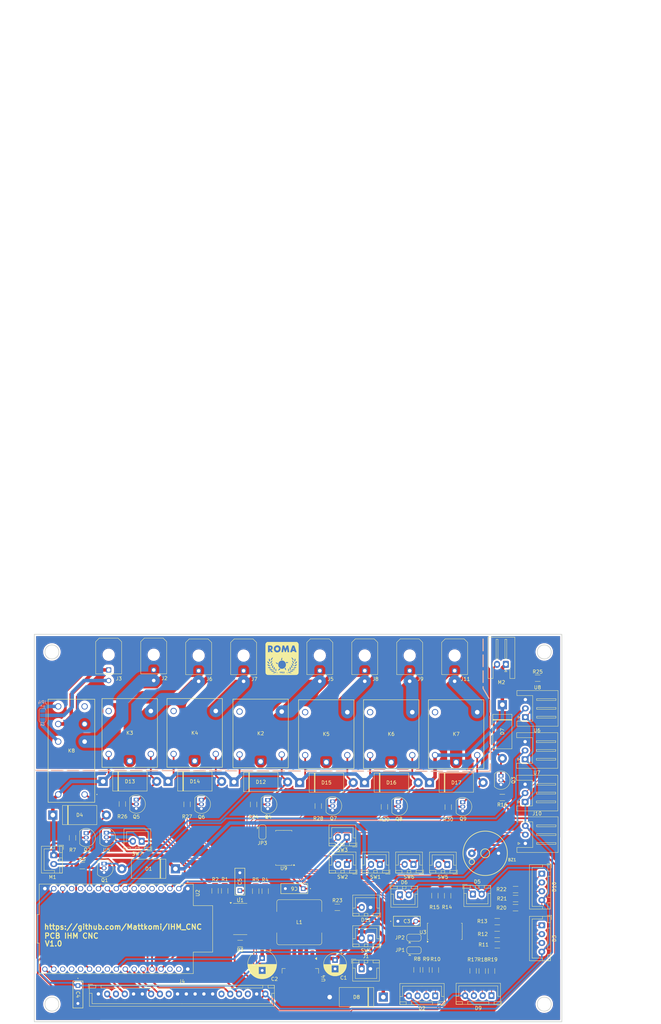
<source format=kicad_pcb>
(kicad_pcb (version 20241229) (generator "pcbnew") (generator_version "9.0")
  (layers (0 "F.Cu" signal) (2 "B.Cu" signal) (13 "F.Paste" user) (15 "B.Paste" user) (5 "F.SilkS" user "F.Silkscreen") (7 "B.SilkS" user "B.Silkscreen") (1 "F.Mask" user) (3 "B.Mask" user) (25 "Edge.Cuts" user))
  (net 0 "")
  (net 1 "Net-(D10-GK)")
  (net 2 "/D4_G")
  (net 3 "Net-(D3-BK)")
  (net 4 "/D3_B")
  (net 5 "/D1_R")
  (net 6 "Net-(D2-RK)")
  (net 7 "Net-(D2-BK)")
  (net 8 "/D1_B")
  (net 9 "Net-(Q2-B)")
  (net 10 "/Relai_AU")
  (net 11 "/Trans_vent1")
  (net 12 "Net-(Q1-B)")
  (net 13 "/5V_SDA")
  (net 14 "+5V")
  (net 15 "/5V_SCL")
  (net 16 "Net-(D2-GK)")
  (net 17 "/D1_G")
  (net 18 "+3.3V")
  (net 19 "Net-(U1-OE)")
  (net 20 "/Relai_Supp")
  (net 21 "Net-(Q9-B)")
  (net 22 "/Relai_ElecV")
  (net 23 "Net-(Q8-B)")
  (net 24 "/3V_SCL")
  (net 25 "Net-(Q7-B)")
  (net 26 "/Relai_Aspi")
  (net 27 "/Relai_Pompe1")
  (net 28 "Net-(Q6-B)")
  (net 29 "/Relai_Pompe2")
  (net 30 "Net-(Q5-B)")
  (net 31 "/DHT11")
  (net 32 "Net-(Q4-B)")
  (net 33 "/Relai_lumiere")
  (net 34 "Net-(D11-A)")
  (net 35 "Net-(D10-RK)")
  (net 36 "/D4_R")
  (net 37 "/3V_SDA")
  (net 38 "/D4_B")
  (net 39 "Net-(D10-BK)")
  (net 40 "/D2_R")
  (net 41 "Net-(D9-RK)")
  (net 42 "Net-(D9-GK)")
  (net 43 "/D2_G")
  (net 44 "/D2_B")
  (net 45 "Net-(D9-BK)")
  (net 46 "/Relai_vent2")
  (net 47 "Net-(Q3-B)")
  (net 48 "Net-(D6-K)")
  (net 49 "/D6_B")
  (net 50 "Net-(D5-K)")
  (net 51 "/D5_B")
  (net 52 "Net-(D3-RK)")
  (net 53 "/D3_R")
  (net 54 "/D3_G")
  (net 55 "Net-(D3-GK)")
  (net 56 "GND")
  (net 57 "Net-(D16-A)")
  (net 58 "Net-(D15-A)")
  (net 59 "Net-(D1-A)")
  (net 60 "Net-(D4-A)")
  (net 61 "Net-(D7-A)")
  (net 62 "Net-(D12-A)")
  (net 63 "Net-(D13-A)")
  (net 64 "/Temp_boitier")
  (net 65 "Net-(D14-A)")
  (net 66 "Net-(D17-A)")
  (net 67 "Net-(D8-K)")
  (net 68 "+12V")
  (net 69 "/SW_L")
  (net 72 "/SW_P2")
  (net 73 "/Capt_feu")
  (net 74 "/SW_Aspi")
  (net 76 "Net-(JP3-C)")
  (net 78 "/SW_P1")
  (net 81 "/SW_Vent")
  (net 84 "Net-(JP2-C)")
  (net 88 "Net-(JP1-C)")
  (net 96 "/OLED_SCLK")
  (net 98 "/OLED_CS")
  (net 100 "/SW_AU")
  (net 102 "/OLED_SDIN")
  (net 103 "/Buzzer")
  (net 108 "/Temp_P1")
  (net 109 "/OLED_RST")
  (net 111 "/Temp_P2")
  (net 116 "/OLED_DC")
  (net 117 "Net-(J5-Pin_2)")
  (net 119 "Net-(J5-Pin_1)")
  (net 120 "Net-(J11-Pin_2)")
  (net 121 "Net-(J11-Pin_1)")
  (net 123 "Net-(J9-Pin_2)")
  (net 125 "Net-(J9-Pin_1)")
  (net 126 "Net-(J8-Pin_2)")
  (net 128 "Net-(J8-Pin_1)")
  (net 129 "Net-(J6-Pin_2)")
  (net 130 "Net-(J6-Pin_1)")
  (net 132 "Net-(J7-Pin_1)")
  (net 133 "Net-(J7-Pin_2)")
  (net 135 "Net-(J2-Pin_2)")
  (net 136 "Net-(J2-Pin_1)")
  (net 137 "Net-(J3-Pin_1)")
  (net 138 "Net-(J1-Pin_1)")
  (net 143 "Net-(JP4-A)")
  (net 145 "Net-(JP4-B)")
  (net 146 "Net-(J3-Pin_2)")
  (footprint "Connector_JST:JST_XH_B2B-XH-A_1x02_P2.50mm_Vertical" (layer "F.Cu") (at 115.59 97.54 180)
    (property "Reference" "D11")
    (property "Value" "LED" (hide yes))
  )
  (footprint "Connector_JST:JST_XH_B4B-XH-A_1x04_P2.50mm_Vertical" (layer "F.Cu") (at 133.99 122.64 180)
    (property "Reference" "D2")
    (property "Value" "LED_RGBA" (hide yes))
  )
  (footprint "Resistor_SMD:R_1206_3216Metric_Pad1.30x1.75mm_HandSolder" (layer "F.Cu") (at 156.825 97.625)
    (property "Reference" "R20")
    (property "Value" "120" (hide yes))
  )
  (footprint "Connector_JST:JST_XH_B2B-XH-A_1x02_P2.50mm_Vertical" (layer "F.Cu") (at 113.065 114.965)
    (property "Reference" "J1")
    (property "Value" "Conn_ALIM" (hide yes))
  )
  (footprint "Connector_Molex:Molex_Micro-Fit_3.0_43045-0200_2x01_P3.00mm_Horizontal" (layer "F.Cu") (at 101.175 30.32)
    (property "Reference" "J5")
    (property "Value" "Conn_L" (hide yes))
  )
  (footprint "Resistor_SMD:R_1206_3216Metric_Pad1.30x1.75mm_HandSolder" (layer "F.Cu") (at 106.165 97.515)
    (property "Reference" "R23")
    (property "Value" "330" (hide yes))
  )
  (footprint "Resistor_SMD:R_1206_3216Metric_Pad1.30x1.75mm_HandSolder" (layer "F.Cu") (at 150.015 115.59 -90)
    (property "Reference" "R19")
    (property "Value" "220" (hide yes))
  )
  (footprint "Resistor_SMD:R_1206_3216Metric_Pad1.30x1.75mm_HandSolder" (layer "F.Cu") (at 33.625 85.685)
    (property "Reference" "R6")
    (property "Value" "1.6k" (hide yes))
  )
  (footprint "Package_TO_SOT_SMD:TO-263-5_TabPin3" (layer "F.Cu") (at 95.64 119.715 -90)
    (property "Reference" "U4")
    (property "Value" "LM2596S-5" (hide yes))
  )
  (footprint "Package_TO_SOT_THT:TO-92_Inline" (layer "F.Cu") (at 67.4999 66.9711 -90)
    (property "Reference" "Q6")
    (property "Value" "BC337" (hide yes))
  )
  (footprint "Resistor_SMD:R_1206_3216Metric_Pad1.30x1.75mm_HandSolder" (layer "F.Cu") (at 137.68275 69.05775 90)
    (property "Reference" "R30")
    (property "Value" "680" (hide yes))
  )
  (footprint "Resistor_SMD:R_1206_3216Metric_Pad1.30x1.75mm_HandSolder" (layer "F.Cu") (at 156.85 92.475)
    (property "Reference" "R22")
    (property "Value" "220" (hide yes))
  )
  (footprint "Connector_JST:JST_XH_S2B-XH-A-1_1x02_P2.50mm_Horizontal" (layer "F.Cu") (at 154.075 28.525 180)
    (property "Reference" "M2")
    (property "Value" "Fan" (hide yes))
  )
  (footprint "Jumper:SolderJumper-3_P1.3mm_Open_RoundedPad1.0x1.5mm" (layer "F.Cu") (at 84.8675 76.125 -90)
    (property "Reference" "JP3")
    (property "Value" "SolderJumper_3_Open" (hide yes))
  )
  (footprint "Library:AZ943-1CH_AMZ" (layer "F.Cu") (at 103.0095 56.30775 180)
    (property "Reference" "K5")
    (property "Value" "AZ943" (hide yes))
  )
  (footprint "Resistor_SMD:R_1206_3216Metric_Pad1.30x1.75mm_HandSolder" (layer "F.Cu") (at 85.64 92.915 90)
    (property "Reference" "R4")
    (property "Value" "4.7k" (hide yes))
  )
  (footprint "Resistor_SMD:R_1206_3216Metric_Pad1.30x1.75mm_HandSolder" (layer "F.Cu") (at 119.55775 68.98275 90)
    (property "Reference" "R29")
    (property "Value" "680" (hide yes))
  )
  (footprint "Connector_JST:JST_XH_S3B-XH-A_1x03_P2.50mm_Horizontal" (layer "F.Cu") (at 159.55 67.575 90)
    (property "Reference" "U7")
    (property "Value" "DHT11" (hide yes))
  )
  (footprint "Resistor_SMD:R_1206_3216Metric_Pad1.30x1.75mm_HandSolder" (layer "F.Cu") (at 82.35 68.3006 90)
    (property "Reference" "R24")
    (property "Value" "680" (hide yes))
  )
  (footprint "Resistor_SMD:R_1206_3216Metric_Pad1.30x1.75mm_HandSolder" (layer "F.Cu") (at 63.4349 68.2661 90)
    (property "Reference" "R27")
    (property "Value" "680" (hide yes))
  )
  (footprint "Connector_JST:JST_XH_B2B-XH-A_1x02_P2.50mm_Vertical" (layer "F.Cu") (at 118.25 85.325 180)
    (property "Reference" "SW1")
    (property "Value" "SW_Pompe1" (hide yes))
  )
  (footprint "Connector_Molex:Molex_Micro-Fit_3.0_43045-0200_2x01_P3.00mm_Horizontal" (layer "F.Cu") (at 126.733214 30.32)
    (property "Reference" "J9")
    (property "Value" "Conn_ElecV" (hide yes))
  )
  (footprint "Resistor_SMD:R_1206_3216Metric_Pad1.30x1.75mm_HandSolder" (layer "F.Cu") (at 151.64 108.165)
    (property "Reference" "R11")
    (property "Value" "120" (hide yes))
  )
  (footprint "Package_TO_SOT_THT:TO-92_Inline" (layer "F.Cu") (at 152.68275 60.15775 -90)
    (property "Reference" "Q3")
    (property "Value" "BC337" (hide yes))
  )
  (footprint "Library:CAP_R82D-7P4X2P6-5P0_KEM" (layer "F.Cu") (at 96.4594 92.2 180)
    (property "Reference" "C6")
    (property "Value" "100nF" (hide yes))
  )
  (footprint "Library:P2_DO-201" (layer "F.Cu") (at 25.26275 71.30775)
    (property "Reference" "D4")
    (property "Value" "1N5821" (hide yes))
  )
  (footprint "Capacitor_THT:CP_Radial_D6.3mm_P2.50mm" (layer "F.Cu") (at 105.515 112.482621 -90)
    (property "Reference" "C1")
    (property "Value" "150µF" (hide yes))
  )
  (footprint "Resistor_SMD:R_1206_3216Metric_Pad1.30x1.75mm_HandSolder" (layer "F.Cu") (at 153.05775 66.33275)
    (property "Reference" "R16")
    (property "Value" "330" (hide yes))
  )
  (footprint "Connector_Molex:Molex_Micro-Fit_3.0_43045-0200_2x01_P3.00mm_Horizontal" (layer "F.Cu") (at 79.504107 30.345)
    (property "Reference" "J7")
    (property "Value" "Conn_P1" (hide yes))
  )
  (footprint "Package_TO_SOT_THT:TO-92_Inline" (layer "F.Cu") (at 123.52275 67.56275 -90)
    (property "Reference" "Q8")
    (property "Value" "BC337" (hide yes))
  )
  (footprint "Library:P2_DO-201" (layer "F.Cu") (at 39.555 61.7756)
    (property "Reference" "D13")
    (property "Value" "1N5821" (hide yes))
  )
  (footprint "Library:P2_DO-201" (layer "F.Cu") (at 132.374 62.10775)
    (property "Reference" "D17")
    (property "Value" "1N5821" (hide yes))
  )
  (footprint "Library:WST-1205S" (layer "F.Cu") (at 148.2 82.175 180)
    (property "Reference" "BZ1")
    (property "Value" "Buzzer" (hide yes))
  )
  (footprint "Library:AZ943-1CH_AMZ" (layer "F.Cu") (at 121.47675 56.30775 180)
    (property "Reference" "K6")
    (property "Value" "AZ943" (hide yes))
  )
  (footprint "Connector_JST:JST_XH_B20B-XH-A_1x20_P2.50mm_Vertical" (layer "F.Cu") (at 38.215 122.115)
    (property "Reference" "J4")
    (property "Value" "Conn_01x20_Pin" (hide yes))
  )
  (footprint "Resistor_SMD:R_1206_3216Metric_Pad1.30x1.75mm_HandSolder" (layer "F.Cu") (at 134.04 115.315 -90)
    (property "Reference" "R10")
    (property "Value" "220" (hide yes))
  )
  (footprint "Connector_JST:JST_XH_B4B-XH-A_1x04_P2.50mm_Vertical" (layer "F.Cu") (at 164.3 102.625 -90)
    (property "Reference" "D3")
    (property "Value" "LED_RGBA" (hide yes))
  )
  (footprint "Package_SO:TSSOP-28_4.4x9.7mm_P0.65mm" (layer "F.Cu") (at 90.93275 80.63275 180)
    (property "Reference" "U9")
    (property "Value" "MCP23017_SO" (hide yes))
  )
  (footprint "Resistor_SMD:R_1206_3216Metric_Pad1.30x1.75mm_HandSolder" (layer "F.Cu") (at 128.815 115.265 -90)
    (property "Reference" "R8")
    (property "Value" "120" (hide yes))
  )
  (footprint "Resistor_SMD:R_1206_3216Metric_Pad1.30x1.75mm_HandSolder" (layer "F.Cu") (at 71.39 92.84 90)
    (property "Reference" "R2")
    (property "Value" "4.7k" (hide yes))
  )
  (footprint "Resistor_SMD:R_1206_3216Metric_Pad1.30x1.75mm_HandSolder" (layer "F.Cu") (at 133.9 94.2 90)
    (property "Reference" "R15")
    (property "Value" "220" (hide yes))
  )
  (footprint "Library:AZ943-1CH_AMZ" (layer "F.Cu") (at 65.5944 55.9661 180)
    (property "Reference" "K4")
    (property "Value" "AZ943" (hide yes))
  )
  (footprint "Resistor_SMD:R_1206_3216Metric_Pad1.30x1.75mm_HandSolder" (layer "F.Cu") (at 74.14 92.84 90)
    (property "Reference" "R1")
    (property "Value" "4.7k" (hide yes))
  )
  (footprint "Jumper:SolderJumper-3_P1.3mm_Open_RoundedPad1.0x1.5mm" (layer "F.Cu") (at 127.95 109.7)
    (property "Reference" "JP1")
    (property "Value" "SolderJumper_3_Open" (hide yes))
  )
  (footprint "Package_SO:SOIC-14_3.9x8.7mm_P1.27mm" (layer "F.Cu") (at 78.54 100.825)
    (property "Reference" "U1")
    (property "Value" "TXS0104ED" (hide yes))
  )
  (footprint "Connector_JST:JST_XH_B2B-XH-A_1x02_P2.50mm_Vertical" (layer "F.Cu") (at 115.59 106.24 180)
    (property "Reference" "SW4")
    (property "Value" "SW_ALIM" (hide yes))
  )
  (footprint "Resistor_SMD:R_1206_3216Metric_Pad1.30x1.75mm_HandSolder" (layer "F.Cu") (at 100.7255 68.7505 90)
    (property "Reference" "R28")
    (property "Value" "680" (hide yes))
  )
  (footprint "Resistor_SMD:R_1206_3216Metric_Pad1.30x1.75mm_HandSolder" (layer "F.Cu") (at 147.365 115.59 -90)
    (property "Reference" "R18")
    (property "Value" "120" (hide yes))
  )
  (footprint "Library:MODULE_ESP32-DEVKITM-1" (layer "F.Cu") (at 43.295 103.62 -90)
    (property "Reference" "U2")
    (property "Value" "ESP32-DEVKITM-1" (hide yes))
  )
  (footprint "Resistor_SMD:R_1206_3216Metric_Pad1.30x1.75mm_HandSolder" (layer "F.Cu") (at 144.765 115.54 -90)
    (property "Reference" "R17")
    (property "Value" "120" (hide yes))
  )
  (footprint "Package_TO_SOT_THT:TO-92_Inline" (layer "F.Cu") (at 48.98275 66.9256 -90)
    (property "Reference" "Q5")
    (property "Value" "BC337" (hide yes))
  )
  (footprint "Connector_JST:JST_XH_B2B-XH-A_1x02_P2.50mm_Vertical" (layer "F.Cu") (at 144.7 93.775)
    (property "Reference" "D5")
    (property "Value" "Etat_Lumière" (hide yes))
  )
  (footprint "Package_SO:TSSOP-28_4.4x9.7mm_P0.65mm" (layer "F.Cu") (at 136.715 104.34 90)
    (property "Reference" "U3")
    (property "Value" "PCA9685PW" (hide yes))
  )
  (footprint "Library:CAP_R82D-7P4X2P6-5P0_KEM" (layer "F.Cu") (at 123.39 101.465)
    (property "Reference" "C3")
    (property "Value" "100nF" (hide yes))
  )
  (footprint "Connector_JST:JST_XH_B2B-XH-A_1x02_P2.50mm_Vertical" (layer "F.Cu") (at 127.8 85.325 180)
    (property "Reference" "SW6")
    (property "Value" "SW_Ventilation" (hide yes))
  )
  (footprint "Library:P2_DO-201" (layer "F.Cu") (at 58.0244 61.7661)
    (property "Reference" "D14")
    (property "Value" "1N5821" (hide yes))
  )
  (footprint "Package_TO_SOT_THT:TO-92_Inline" (layer "F.Cu") (at 104.80775 67.44275 -90)
    (property "Reference" "Q7")
    (property "Value" "BC337" (hide yes))
  )
  (footprint "Package_TO_SOT_THT:TO-92_Inline" (layer "F.Cu") (at 141.79775 67.65775 -90)
    (property "Reference" "Q9")
    (property "Value" "BC337" (hide yes))
  )
  (footprint "Library:AZ943-1CH_AMZ" (layer "F.Cu") (at 47.125 55.9756 180)
    (property "Reference" "K3")
    (property "Value" "AZ943" (hide yes))
  )
  (footprint "Resistor_SMD:R_1206_3216Metric_Pad1.30x1.75mm_HandSolder" (layer "F.Cu") (at 156.85 95.025)
    (property "Reference" "R21")
    (property "Value" "120" (hide yes))
  )
  (footprint "Package_TO_SOT_THT:TO-92_Inline" (layer "F.Cu") (at 40.49 76.33 -90)
    (property "Reference" "U5")
    (property "Value" "TMP36" (hide yes))
  )
  (footprint "Resistor_SMD:R_1206_3216Metric_Pad1.30x1.75mm_HandSolder" (layer "F.Cu") (at 30.85775 77.78275 90)
    (property "Reference" "R7")
    (property "Value" "1.3k" (hide yes))
  )
  (footprint "Connector_Molex:Molex_Micro-Fit_3.0_43045-0200_2x01_P3.00mm_Horizontal" (layer "F.Cu") (at 41.13 30.12)
    (property "Reference" "J3")
    (property "Value" "Conn_AU2")
  )
  (footprint "Inductor_SMD:L_Bourns_SRR1260" (layer "F.Cu") (at 95.34 101.74 180)
    (property "Reference" "L1")
    (property "Value" "68µH" (hide yes))
  )
  (footprint "Resistor_SMD:R_1206_3216Metric_Pad1.30x1.75mm_HandSolder" (layer "F.Cu") (at 82.94 92.915 90)
    (property "Reference" "R5")
    (property "Value" "4.7k" (hide yes))
  )
  (footprint "Resistor_SMD:R_1206_3216Metric_Pad1.30x1.75mm_HandSolder" (layer "F.Cu") (at 151.625 101.575)
    (property "Reference" "R13")
    (property "Value" "220" (hide yes))
  )
  (footprint "Connector_Molex:Molex_Micro-Fit_3.0_43045-0200_2x01_P3.00mm_Horizontal" (layer "F.Cu") (at 53.945893 30.11)
    (property "Reference" "J2")
    (property "Value" "Conn_AU1" (hide yes))
  )
  (footprint "Connector_JST:JST_XH_B2B-XH-A_1x02_P2.50mm_Vertical" (layer "F.Cu") (at 123.94 93.965)
    (property "Reference" "D6")
    (property "Value" "Etat_Aspirateur" (hide yes))
  )
  (footprint "Library:CAP_R82D-7P4X2P6-5P0_KEM" (layer "F.Cu") (at 32.39 119.7306 -90)
    (property "Reference" "C4")
    (property "Value" "100nF" (hide yes))
  )
  (footprint "Library:P2_DO-201" (layer "F.Cu") (at 119.225 123 180)
    (property "Reference" "D8")
    (property "Value" "1N5821" (hide yes))
  )
  (footprint "LOGO" (layer "F.Cu") (at 90.44 26.83)
    (property "Reference" "G***" (hide yes))
    (property "Value" "LOGO" (hide yes))
  )
  (footprint "Resistor_SMD:R_1206_3216Metric_Pad1.30x1.75mm_HandSolder" (layer "F.Cu") (at 78.515 107.79 180)
    (property "Reference" "R3")
    (property "Value" "10k" (hide yes))
  )
  (footprint "Library:AZ943-1CH_AMZ" (layer "F.Cu") (at 84.35 56.1256 180)
    (property "Reference" "K2")
    (property "Value" "AZ943" (hide yes))
  )
  (footprint "Connector_JST:JST_XH_S3B-XH-A_1x03_P2.50mm_Horizontal" (layer "F.Cu") (at 159.625 79.375 90)
    (property "Reference" "J10")
    (property "Value" "Capt_Feu" (hide yes))
  )
  (footprint "Library:AZ943-1CH_AMZ" (layer "F.Cu") (at 139.944 56.30775 180)
    (property "Reference" "K7")
    (property "Value" "AZ943" (hide yes))
  )
  (footprint "Library:P2_DO-201" (layer "F.Cu") (at 153.08275 39.98775 -90)
    (property "Reference" "D7")
    (property "Value" "1N5821" (hide yes))
  )
  (footprint "Package_TO_SOT_THT:TO-92_Inline" (layer "F.Cu") (at 34.74775 76.43775 -90)
    (property "Reference" "Q2")
    (property "Value" "BC337" (hide yes))
  )
  (footprint "Resistor_SMD:R_1206_3216Metric_Pad1.30x1.75mm_HandSolder" (layer "F.Cu") (at 45.03275 68.1756 90)
    (property "Reference" "R26")
    (property "Value" "680" (hide yes))
  )
  (footprint "Connector_JST:JST_XH_S3B-XH-A_1x03_P2.50mm_Horizontal" (layer "F.Cu") (at 159.55 55.475 90)
    (property "Reference" "U6")
    (property "Value" "DFR0198" (hide yes))
  )
  (footprint "Jumper:SolderJumper-3_P1.3mm_Open_RoundedPad1.0x1.5mm" (layer "F.Cu") (at 127.925 106.1425)
    (property "Reference" "JP2")
    (property "Value" "SolderJumper_3_Open" (hide yes))
  )
  (footprint "Package_TO_SOT_THT:TO-92_Inline" (layer "F.Cu") (at 39.815 85.105 -90)
    (property "Reference" "Q1")
    (property "Value" "BC337" (hide yes))
  )
  (footprint "Connector_Molex:Molex_Micro-Fit_3.0_43045-0200_2x01_P3.00mm_Horizontal" (layer "F.Cu") (at 139.512321 30.32)
    (property "Reference" "J11")
    (property "Value" "Conn_Supp" (hide yes))
  )
  (footprint "Library:P2_DO-201" (layer "F.Cu") (at 95.4395 62.10775)
    (property "Reference" "D15")
    (property "Value" "1N5821" (hide yes))
  )
  (footprint "Resistor_SMD:R_1206_3216Metric_Pad1.30x1.75mm_HandSolder" (layer "F.Cu") (at 137.525 94.225 90)
    (property "Reference" "R14")
    (property "Value" "220" (hide yes))
  )
  (footprint "Connector_JST:JST_XH_B2B-XH-A_1x02_P2.50mm_Vertical" (layer "F.Cu") (at 137.425 85.35 180)
    (property "Reference" "SW5")
    (property "Value" "SW_Aspirateur" (hide yes))
  )
  (footprint "Resistor_SMD:R_1206_3216Metric_Pad1.30x1.75mm_HandSolder" (layer "F.Cu") (at 131.39 115.265 -90)
    (property "Reference" "R9")
    (property "Value" "120" (hide yes))
  )
  (footprint "Resistor_SMD:R_1206_3216Metric_Pad1.30x1.75mm_HandSolder" (layer "F.Cu") (at 163.125 32.45)
    (property "Reference" "R25")
    (property "Value" "1k" (hide yes))
  )
  (footprint "Capacitor_THT:CP_Radial_D8.0mm_P3.50mm" (layer "F.Cu") (at 84.79 111.94 -90)
    (property "Reference" "C2")
    (property "Value" "330µF" (hide yes))
  )
  (footprint "Connector_JST:JST_XH_B4B-XH-A_1x04_P2.50mm_Vertical" (layer "F.Cu") (at 164.3 87.95 -90)
    (property "Reference" "D10")
    (property "Value" "LED_RGBA" (hide yes))
  )
  (footprint "Library:P2_DO-201" (layer "F.Cu") (at 113.90675 62.10775)
    (property "Reference" "D16")
    (property "Value" "1N5821" (hide yes))
  )
  (footprint "Connector_JST:JST_XH_B2B-XH-A_1x02_P2.50mm_Vertical" (layer "F.Cu") (at 108.9 85.325 180)
    (property "Reference" "SW2")
    (property "Value" "SW_Pompe2" (hide yes))
  )
  (footprint "Library:AZ733-2C_AMZ" (layer "F.Cu") (at 34.29525 65.46295 180)
    (property "Reference" "K8")
    (property "Value" "AZ733" (hide yes))
  )
  (footprint "Connector_JST:JST_XH_B2B-XH-A_1x02_P2.50mm_Vertical" (layer "F.Cu") (at 25.525 82.725 -90)
    (property "Reference" "M1")
    (property "Value" "Fan" (hide yes))
  )
  (footprint "Connector_JST:JST_XH_B2B-XH-A_1x02_P2.50mm_Vertical" (layer "F.Cu") (at 50.525 78.75 180)
    (property "Reference" "SW7")
    (property "Value" "SW_AU" (hide yes))
  )
  (footprint "Package_TO_SOT_THT:TO-92_Inline" (layer "F.Cu") (at 86.375 67.0256 -90)
    (property "Reference" "Q4")
    (property "Value" "BC337" (hide yes))
  )
  (footprint "Library:P2_DO-201" (layer "F.Cu") (at 60.12 86.575 180)
    (property "Reference" "D1")
    (property "Value" "1N5821" (hide yes))
  )
  (footprint "Library:CAP_R82D-7P4X2P6-5P0_KEM" (layer "F.Cu") (at 78.44 92.7744 90)
    (property "Reference" "C5")
    (property "Value" "100nF" (hide yes))
  )
  (footprint "Connector_Molex:Molex_Micro-Fit_3.0_43045-0200_2x01_P3.00mm_Horizontal" (layer "F.Cu") (at 66.725 30.345)
    (property "Reference" "J6")
    (property "Value" "Conn_P2" (hide yes))
  )
  (footprint "Resistor_SMD:R_1206_3216Metric_Pad1.30x1.75mm_HandSolder" (layer "F.Cu") (at 151.6 105.225)
    (property "Reference" "R12")
    (property "Value" "120" (hide yes))
  )
  (footprint "Library:P2_DO-201" (layer "F.Cu") (at 76.78 61.9256)
    (property "Reference" "D12")
    (property "Value" "1N5821" (hide yes))
  )
  (footprint "Connector_JST:JST_XH_B4B-XH-A_1x04_P2.50mm_Vertical" (layer "F.Cu") (at 149.99 122.59 180)
    (property "Reference" "D9")
    (property "Value" "LED_RGBA" (hide yes))
  )
  (footprint "Connector_Molex:Molex_Micro-Fit_3.0_43045-0200_2x01_P3.00mm_Horizontal" (layer "F.Cu") (at 113.954107 30.32)
    (property "Reference" "J8")
    (property "Value" "Conn_Aspi" (hide yes))
  )
  (footprint "Connector_JST:JST_XH_S3B-XH-A_1x03_P2.50mm_Horizontal" (layer "F.Cu") (at 159.625 43.525 90)
    (property "Reference" "U8")
    (property "Value" "DFR0198" (hide yes))
  )
  (footprint "Connector_JST:JST_XH_B2B-XH-A_1x02_P2.50mm_Vertical" (layer "F.Cu") (at 108.85 77.625 180)
    (property "Reference" "SW3")
    (property "Value" "SW_Lumiere" (hide yes))
  )
  (footprint "Jumper:SolderJumper-3_P1.3mm_Open_RoundedPad1.0x1.5mm_NumberLabels" (layer "B.Cu") (at 22.34 43 -90)
    (property "Reference" "JP4")
    (property "Value" "SolderJumper_3_Open" (hide yes))
  )
  (gr_line (start 147.6 21.36) (end 147.61 35.35) (stroke (width 0.3) (type dash)) (layer "F.SilkS"))
  (gr_line (start 147.61 35.35) (end 149.63 38.77) (stroke (width 0.3) (type dash)) (layer "F.SilkS"))
  (gr_line (start 149.64 58.9) (end 20.45 58.63) (stroke (width 0.3) (type dash)) (layer "F.SilkS"))
  (gr_line (start 149.63 38.77) (end 149.64 58.9) (stroke (width 0.3) (type dash)) (layer "F.SilkS"))
  (gr_line (start 147.6 21.36) (end 147.61 35.35) (stroke (width 0.3) (type dash)) (layer "B.SilkS"))
  (gr_line (start 149.63 38.77) (end 149.64 58.9) (stroke (width 0.3) (type dash)) (layer "B.SilkS"))
  (gr_line (start 147.61 35.35) (end 149.63 38.77) (stroke (width 0.3) (type dash)) (layer "B.SilkS"))
  (gr_line (start 149.64 58.9) (end 20.45 58.63) (stroke (width 0.3) (type dash)) (layer "B.SilkS"))
  (gr_circle (center 25 25) (end 27 25) (stroke (width 0.2)) (fill no) (layer "Edge.Cuts"))
  (gr_rect (start 20 20) (end 170 130) (stroke (width 0.2)) (fill no) (layer "Edge.Cuts"))
  (gr_circle (center 25 125) (end 27 125) (stroke (width 0.2)) (fill no) (layer "Edge.Cuts"))
  (gr_circle (center 165 125) (end 167 125) (stroke (width 0.2)) (fill no) (layer "Edge.Cuts"))
  (gr_circle (center 165 25) (end 167 25) (stroke (width 0.2)) (fill no) (layer "Edge.Cuts"))
  (gr_text "https://github.com/Mattkomi/IHM_CNC" (at 22.63 103.95 0) (layer "F.SilkS") (effects (font (size 1.5 1.5) (thickness 0.3) (bold yes)) (justify left bottom)))
  (gr_text "V1.0" (at 22.83 108.7 0) (layer "F.SilkS") (effects (font (size 1.5 1.5) (thickness 0.3) (bold yes)) (justify left bottom)))
  (gr_text "PCB IHM CNC" (at 22.68 106.5 0) (layer "F.SilkS") (effects (font (size 1.5 1.5) (thickness 0.3) (bold yes)) (justify left bottom)))
  (segment (start 159.725 95.025) (end 164.3 90.45) (width 0.2) (layer "F.Cu") (net 1))
  (segment (start 158.4 95.025) (end 159.725 95.025) (width 0.2) (layer "F.Cu") (net 1))
  (segment (start 152.325 95.025) (end 150.175 97.175) (width 0.2) (layer "F.Cu") (net 2))
  (segment (start 143.28513 97.175) (end 139.64 100.82013) (width 0.2) (layer "F.Cu") (net 2))
  (segment (start 139.64 100.82013) (end 139.64 101.4775) (width 0.2) (layer "F.Cu") (net 2))
  (segment (start 150.175 97.175) (end 143.28513 97.175) (width 0.2) (layer "F.Cu") (net 2))
  (segment (start 155.3 95.025) (end 152.325 95.025) (width 0.2) (layer "F.Cu") (net 2))
  (segment (start 153.515 107.84) (end 153.19 108.165) (width 0.2) (layer "F.Cu") (net 3))
  (segment (start 153.19 108.165) (end 153.73 107.625) (width 0.2) (layer "F.Cu") (net 3))
  (segment (start 163.6 107.625) (end 164.14 108.165) (width 0.2) (layer "F.Cu") (net 3))
  (segment (start 153.73 107.625) (end 163.6 107.625) (width 0.2) (layer "F.Cu") (net 3))
  (segment (start 164.14 107.465) (end 164.3 107.625) (width 0.2) (layer "F.Cu") (net 3))
  (segment (start 146.115 108.11) (end 145.815 108.11) (width 0.2) (layer "F.Cu") (net 4))
  (segment (start 145.815 108.11) (end 144.985 108.94) (width 0.2) (layer "F.Cu") (net 4))
  (segment (start 150.09 108.165) (end 150.035 108.11) (width 0.2) (layer "F.Cu") (net 4))
  (segment (start 140.665 108.94) (end 139.64 107.915) (width 0.2) (layer "F.Cu") (net 4))
  (segment (start 150.035 108.11) (end 146.115 108.11) (width 0.2) (layer "F.Cu") (net 4))
  (segment (start 144.985 108.94) (end 140.665 108.94) (width 0.2) (layer "F.Cu") (net 4))
  (segment (start 139.64 107.915) (end 139.64 107.2025) (width 0.2) (layer "F.Cu") (net 4))
  (segment (start 137.04 110.765) (end 137.04 107.2025) (width 0.2) (layer "F.Cu") (net 5))
  (segment (start 134.04 113.765) (end 137.04 110.765) (width 0.2) (layer "F.Cu") (net 5))
  (segment (start 134.04 116.865) (end 134.04 122.59) (width 0.2) (layer "F.Cu") (net 6))
  (segment (start 134.04 122.59) (end 133.99 122.64) (width 0.2) (layer "F.Cu") (net 6))
  (segment (start 128.815 122.465) (end 128.99 122.64) (width 0.2) (layer "F.Cu") (net 7))
  (segment (start 128.815 116.815) (end 128.815 122.465) (width 0.2) (layer "F.Cu") (net 7))
  (segment (start 135.3311 108.5489) (end 135.74 108.14) (width 0.2) (layer "F.Cu") (net 8))
  (segment (start 133.9811 108.5489) (end 135.3311 108.5489) (width 0.2) (layer "F.Cu") (net 8))
  (segment (start 128.815 113.715) (end 133.9811 108.5489) (width 0.2) (layer "F.Cu") (net 8))
  (segment (start 135.74 108.14) (end 135.74 107.2025) (width 0.2) (layer "F.Cu") (net 8))
  (segment (start 32.33275 77.70775) (end 34.74775 77.70775) (width 0.5) (layer "F.Cu") (net 9))
  (segment (start 30.85775 76.23275) (end 32.33275 77.70775) (width 0.5) (layer "F.Cu") (net 9))
  (segment (start 25.31725 79.33275) (end 23.625 81.025) (width 0.5) (layer "F.Cu") (net 10))
  (segment (start 42.725 87.695) (end 38.23 92.19) (width 0.5) (layer "F.Cu") (net 10))
  (segment (start 31.175 83.825) (end 41.075 83.825) (width 0.5) (layer "F.Cu") (net 10))
  (segment (start 23.625 86.175) (end 24.55 87.1) (width 0.5) (layer "F.Cu") (net 10))
  (segment (start 41.075 83.825) (end 42.725 85.475) (width 0.5) (layer "F.Cu") (net 10))
  (segment (start 27.9 87.1) (end 31.175 83.825) (width 0.5) (layer "F.Cu") (net 10))
  (segment (start 30.85775 79.33275) (end 25.31725 79.33275) (width 0.5) (layer "F.Cu") (net 10))
  (segment (start 42.725 85.475) (end 42.725 87.695) (width 0.5) (layer "F.Cu") (net 10))
  (segment (start 23.625 81.025) (end 23.625 86.175) (width 0.5) (layer "F.Cu") (net 10))
  (segment (start 24.55 87.1) (end 27.9 87.1) (width 0.5) (layer "F.Cu") (net 10))
  (segment (start 31.875 85.885) (end 31.875 111.235) (width 0.5) (layer "F.Cu") (net 11))
  (segment (start 32.075 85.685) (end 31.875 85.885) (width 0.5) (layer "F.Cu") (net 11))
  (segment (start 31.875 111.235) (end 35.69 115.05) (width 0.5) (layer "F.Cu") (net 11))
  (segment (start 35.865 86.375) (end 39.815 86.375) (width 0.5) (layer "F.Cu") (net 12))
  (segment (start 35.175 85.685) (end 35.865 86.375) (width 0.5) (layer "F.Cu") (net 12))
  (segment (start 136.481095 124.178798) (end 136.481095 116.593905) (width 0.25) (layer "F.Cu") (net 13))
  (segment (start 124.224 105.276) (end 125.424 104.076) (width 0.25) (layer "F.Cu") (net 13))
  (segment (start 96.83 91.01) (end 115.6 91.01) (width 0.2) (layer "F.Cu") (net 13))
  (segment (start 91.19 78.925501) (end 91.19 85.37) (width 0.2) (layer "F.Cu") (net 13))
  (segment (start 136.481095 116.593905) (end 135.72619 115.839) (width 0.25) (layer "F.Cu") (net 13))
  (segment (start 127.575588 103.174) (end 132.651 103.174) (width 0.25) (layer "F.Cu") (net 13))
  (segment (start 135.72619 115.839) (end 126.39681 115.839) (width 0.25) (layer "F.Cu") (net 13))
  (segment (start 124.224 114.06181) (end 124.224 105.276) (width 0.25) (layer "F.Cu") (net 13))
  (segment (start 87.275 93.9) (end 87.275 95.215413) (width 0.25) (layer "F.Cu") (net 13))
  (segment (start 110.28719 126.125) (end 134.534893 126.125) (width 0.25) (layer "F.Cu") (net 13))
  (segment (start 82.94 94.465) (end 82.94 97.265) (width 0.5) (layer "F.Cu") (net 13))
  (segment (start 133.14 102.685) (end 133.14 101.4775) (width 0.25) (layer "F.Cu") (net 13))
  (segment (start 82.94 97.265) (end 81.92 98.285) (width 0.5) (layer "F.Cu") (net 13))
  (segment (start 133.14 100.82013) (end 133.14 101.4775) (width 0.2) (layer "F.Cu") (net 13))
  (segment (start 93.057751 77.05775) (end 91.19 78.925501) (width 0.2) (layer "F.Cu") (net 13))
  (segment (start 126.38581 115.85) (end 126.01219 115.85) (width 0.25) (layer "F.Cu") (net 13))
  (segment (start 115.6 91.01) (end 123.49 98.9) (width 0.2) (layer "F.Cu") (net 13))
  (segment (start 81.92 98.285) (end 81.015 98.285) (width 0.5) (layer "F.Cu") (net 13))
  (segment (start 131.21987 98.9) (end 133.14 100.82013) (width 0.2) (layer "F.Cu") (net 13))
  (segment (start 132.651 103.174) (end 133.14 102.685) (width 0.25) (layer "F.Cu") (net 13))
  (segment (start 86.425 93.05) (end 87.275 93.9) (width 0.25) (layer "F.Cu") (net 13))
  (segment (start 126.39681 115.839) (end 126.38581 115.85) (width 0.25) (layer "F.Cu") (net 13))
  (segment (start 83.125 116.53719) (end 87.976 121.38819) (width 0.25) (layer "F.Cu") (net 13))
  (segment (start 82.94 94.465) (end 84.355 93.05) (width 0.25) (layer "F.Cu") (net 13))
  (segment (start 89.425 126.675) (end 109.73719 126.675) (width 0.25) (layer "F.Cu") (net 13))
  (segment (start 91.19 85.37) (end 96.83 91.01) (width 0.2) (layer "F.Cu") (net 13))
  (segment (start 87.275 95.215413) (end 83.125 99.365413) (width 0.25) (layer "F.Cu") (net 13))
  (segment (start 83.125 99.365413) (end 83.125 116.53719) (width 0.25) (layer "F.Cu") (net 13))
  (segment (start 87.976 125.226) (end 89.425 126.675) (width 0.25) (layer "F.Cu") (net 13))
  (segment (start 123.49 98.9) (end 131.21987 98.9) (width 0.2) (layer "F.Cu") (net 13))
  (segment (start 126.01219 115.85) (end 124.224 114.06181) (width 0.25) (layer "F.Cu") (net 13))
  (segment (start 127.011 103.738587) (end 127.575588 103.174) (width 0.25) (layer "F.Cu") (net 13))
  (segment (start 87.976 121.38819) (end 87.976 125.226) (width 0.25) (layer "F.Cu") (net 13))
  (segment (start 125.424 104.076) (end 126.673588 104.076) (width 0.25) (layer "F.Cu") (net 13))
  (segment (start 134.534893 126.125) (end 136.481095 124.178798) (width 0.25) (layer "F.Cu") (net 13))
  (segment (start 109.73719 126.675) (end 110.28719 126.125) (width 0.25) (layer "F.Cu") (net 13))
  (segment (start 93.79525 77.05775) (end 93.057751 77.05775) (width 0.2) (layer "F.Cu") (net 13))
  (segment (start 84.355 93.05) (end 86.425 93.05) (width 0.25) (layer "F.Cu") (net 13))
  (segment (start 126.673588 104.076) (end 127.011 103.738587) (width 0.25) (layer "F.Cu") (net 13))
  (segment (start 93.79525 79.65775) (end 93.057751 79.65775) (width 0.2) (layer "F.Cu") (net 14))
  (segment (start 126.65 114.4) (end 126.65 112.675) (width 0.2) (layer "F.Cu") (net 14))
  (segment (start 90.45 79.4) (end 90.45 86.1906) (width 0.5) (layer "F.Cu") (net 14))
  (segment (start 84.79 111.94) (end 84.79 107.44) (width 1) (layer "F.Cu") (net 14))
  (segment (start 84.8675 77.425) (end 85.80025 78.35775) (width 0.2) (layer "F.Cu") (net 14))
  (segment (start 142.49 122.59) (end 142.49 121.362546) (width 0.2) (layer "F.Cu") (net 14))
  (segment (start 126.65 112.675) (end 129.25 110.075) (width 0.2) (layer "F.Cu") (net 14))
  (segment (start 136.089454 114.962) (end 136.089455 114.962) (width 0.2) (layer "F.Cu") (net 14))
  (segment (start 90.49 101.74) (end 93.94 105.19) (width 1) (layer "F.Cu") (net 14))
  (segment (start 82.94 91.365) (end 81.015 93.29) (width 0.5) (layer "F.Cu") (net 14))
  (segment (start 86.615 91.365) (end 90.49 95.24) (width 0.5) (layer "F.Cu") (net 14))
  (segment (start 99.3 92.2) (end 104.615 97.515) (width 0.5) (layer "F.Cu") (net 14))
  (segment (start 116.5 100.3536) (end 119.6464 103.5) (width 0.5) (layer "F.Cu") (net 14))
  (segment (start 107.4536 100.3536) (end 116.5 100.3536) (width 0.5) (layer "F.Cu") (net 14))
  (segment (start 136.089455 114.962) (end 127.212 114.962) (width 0.2) (layer "F.Cu") (net 14))
  (segment (start 104.615 97.515) (end 107.4536 100.3536) (width 0.5) (layer "F.Cu") (net 14))
  (segment (start 161.5 100.075) (end 161.5 100.025) (width 0.2) (layer "F.Cu") (net 14))
  (segment (start 132.4775 101.465) (end 132.49 101.4775) (width 0.2) (layer "F.Cu") (net 14))
  (segment (start 129.225 106.1425) (end 130.9155 104.452) (width 0.2) (layer "F.Cu") (net 14))
  (segment (start 151.91942 101.01942) (end 152.86384 100.075) (width 0.2) (layer "F.Cu") (net 14))
  (segment (start 90.45 86.1906) (end 96.4594 92.2) (width 0.5) (layer "F.Cu") (net 14))
  (segment (start 125.025 122.64) (end 126.49 122.64) (width 0.5) (layer "F.Cu") (net 14))
  (segment (start 164.3 97.225) (end 164.3 95.45) (width 0.2) (layer "F.Cu") (net 14))
  (segment (start 94.715 97.515) (end 90.49 101.74) (width 0.5) (layer "F.Cu") (net 14))
  (segment (start 96.4594 92.2) (end 99.3 92.2) (width 0.5) (layer "F.Cu") (net 14))
  (segment (start 128.47 101.465) (end 132.4775 101.465) (width 0.5) (layer "F.Cu") (net 14))
  (segment (start 122.2 106.0536) (end 122.2 119.815) (width 0.5) (layer "F.Cu") (net 14))
  (segment (start 104.615 97.515) (end 94.715 97.515) (width 0.5) (layer "F.Cu") (net 14))
  (segment (start 135.169554 102.75) (end 150.85 102.75) (width 0.2) (layer "F.Cu") (net 14))
  (segment (start 85.64 91.365) (end 86.615 91.365) (width 0.5) (layer "F.Cu") (net 14))
  (segment (start 119.6464 103.5) (end 126.435 103.5) (width 0.5) (layer "F.Cu") (net 14))
  (segment (start 136.339 115.211546) (end 136.089454 114.962) (width 0.2) (layer "F.Cu") (net 14))
  (segment (start 126.435 103.5) (end 128.47 101.465) (width 0.5) (layer "F.Cu") (net 14))
  (segment (start 152.86384 100.075) (end 161.5 100.075) (width 0.2) (layer "F.Cu") (net 14))
  (segment (start 91.992 84.9649) (end 97.2351 90.208) (width 0.2) (layer "F.Cu") (net 14))
  (segment (start 90.49 95.24) (end 90.49 101.74) (width 0.5) (layer "F.Cu") (net 14))
  (segment (start 150.85 102.75) (end 151.91942 101.68058) (width 0.2) (layer "F.Cu") (net 14))
  (segment (start 89.98 78.93) (end 90.45 79.4) (width 0.5) (layer "F.Cu") (net 14))
  (segment (start 88.07025 78.35775) (end 88.07025 77.70775) (width 0.2) (layer "F.Cu") (net 14))
  (segment (start 84.79 107.44) (end 90.49 101.74) (width 1) (layer "F.Cu") (net 14))
  (segment (start 78.44 92.7744) (end 81.5306 92.7744) (width 0.5) (layer "F.Cu") (net 14))
  (segment (start 142.49 121.362546) (end 137.426 116.298545) (width 0.2) (layer "F.Cu") (net 14))
  (segment (start 161.5 100.025) (end 164.3 97.225) (width 0.2) (layer "F.Cu") (net 14))
  (segment (start 91.992 80.723501) (end 91.992 84.9649) (width 0.2) (layer "F.Cu") (net 14))
  (segment (start 137.426 116.298546) (end 136.339 115.211545) (width 0.2) (layer "F.Cu") (net 14))
  (segment (start 81.015 93.29) (end 81.015 97.015) (width 0.5) (layer "F.Cu") (net 14))
  (segment (start 81.5306 92.7744) (end 82.94 91.365) (width 0.2) (layer "F.Cu") (net 14))
  (segment (start 126.44 93.965) (end 126.44 93.265) (width 0.5) (layer "F.Cu") (net 14))
  (segment (start 93.057751 79.65775) (end 91.992 80.723501) (width 0.2) (layer "F.Cu") (net 14))
  (segment (start 88.07025 78.35775) (end 89.40775 78.35775) (width 0.5) (layer "F.Cu") (net 14))
  (segment (start 93.94 105.19) (end 93.94 112.065) (width 1) (layer "F.Cu") (net 14))
  (segment (start 85.80025 78.35775) (end 88.07025 78.35775) (width 0.2) (layer "F.Cu") (net 14))
  (segment (start 129.25 110.075) (end 129.25 109.7) (width 0.2) (layer "F.Cu") (net 14))
  (segment (start 122.2 119.815) (end 125.025 122.64) (width 0.5) (layer "F.Cu") (net 14))
  (segment (start 137.426 116.298545) (end 137.426 116.298546) (width 0.2) (layer "F.Cu") (net 14))
  (segment (start 85.64 91.365) (end 82.94 91.365) (width 0.5) (layer "F.Cu") (net 14))
  (segment (start 130.9155 104.452) (end 133.467554 104.452) (width 0.2) (layer "F.Cu") (net 14))
  (segment (start 133.467554 104.452) (end 135.169554 102.75) (width 0.2) (layer "F.Cu") (net 14))
  (segment (start 136.339 115.211545) (end 136.339 115.211546) (width 0.2) (layer "F.Cu") (net 14))
  (segment (start 151.91942 101.68058) (end 151.91942 101.01942) (width 0.2) (layer "F.Cu") (net 14))
  (segment (start 116.5 100.3536) (end 122.2 106.0536) (width 0.5) (layer "F.Cu") (net 14))
  (segment (start 89.40775 78.35775) (end 89.98 78.93) (width 0.5) (layer "F.Cu") (net 14))
  (segment (start 127.212 114.962) (end 126.65 114.4) (width 0.2) (layer "F.Cu") (net 14))
  (segment (start 122.683 90.208) (end 126.44 93.965) (width 0.2) (layer "F.Cu") (net 14))
  (segment (start 97.2351 90.208) (end 122.683 90.208) (width 0.2) (layer "F.Cu") (net 14))
  (segment (start 164.3 112.225) (end 151.4 125.125) (width 0.5) (layer "B.Cu") (net 14))
  (segment (start 166.575 97.725) (end 166.575 107.85) (width 0.5) (layer "B.Cu") (net 14))
  (segment (start 166.575 107.85) (end 164.3 110.125) (width 0.5) (layer "B.Cu") (net 14))
  (segment (start 25.53 92.19) (end 20.941 96.779) (width 0.5) (layer "B.Cu") (net 14))
  (segment (start 20.941 115.491) (end 24.39 118.94) (width 0.5) (layer "B.Cu") (net 14))
  (segment (start 20.941 96.779) (end 20.941 115.491) (width 0.5) (layer "B.Cu") (net 14))
  (segment (start 166.175 87.375) (end 166.175 93.575) (width 0.5) (layer "B.Cu") (net 14))
  (segment (start 145.025 125.125) (end 142.49 122.59) (width 0.5) (layer "B.Cu") (net 14))
  (segment (start 144.525 91.1) (end 145.124 91.699) (width 0.5) (layer "B.Cu") (net 14))
  (segment (start 145.124 91.699) (end 147.2 93.775) (width 0.5) (layer "B.Cu") (net 14))
  (segment (start 151.4 125.125) (end 145.025 125.125) (width 0.5) (layer "B.Cu") (net 14))
  (segment (start 154.675 86.3) (end 165.1 86.3) (width 0.5) (layer "B.Cu") (net 14))
  (segment (start 165.1 86.3) (end 166.175 87.375) (width 0.5) (layer "B.Cu") (net 14))
  (segment (start 136.19 125.59) (end 129.44 125.59) (width 0.5) (layer "B.Cu") (net 14))
  (segment (start 164.3 95.45) (end 166.575 97.725) (width 0.5) (layer "B.Cu") (net 14))
  (segment (start 129.44 125.59) (end 126.49 122.64) (width 0.5) (layer "B.Cu") (net 14))
  (segment (start 166.175 93.575) (end 164.3 95.45) (width 0.5) (layer "B.Cu") (net 14))
  (segment (start 31.6556 119.7306) (end 32.39 119.7306) (width 0.5) (layer "B.Cu") (net 14))
  (segment (start 129.305 91.1) (end 144.525 91.1) (width 0.5) (layer "B.Cu") (net 14))
  (segment (start 30.865 118.94) (end 31.6556 119.7306) (width 0.5) (layer "B.Cu") (net 14))
  (segment (start 32.39 119.7306) (end 76.9994 119.7306) (width 0.5) (layer "B.Cu") (net 14))
  (segment (start 139.19 122.59) (end 142.49 122.59) (width 0.5) (layer "B.Cu") (net 14))
  (segment (start 136.19 125.59) (end 139.19 122.59) (width 0.5) (layer "B.Cu") (net 14))
  (segment (start 164.3 110.125) (end 164.3 112.225) (width 0.5) (layer "B.Cu") (net 14))
  (segment (start 126.44 93.965) (end 129.305 91.1) (width 0.5) (layer "B.Cu") (net 14))
  (segment (start 24.39 118.94) (end 30.865 118.94) (width 0.5) (layer "B.Cu") (net 14))
  (segment (start 76.9994 119.7306) (end 84.79 111.94) (width 0.5) (layer "B.Cu") (net 14))
  (segment (start 147.2 93.775) (end 154.675 86.3) (width 0.5) (layer "B.Cu") (net 14))
  (segment (start 85.64 94.465) (end 85.64 95.904999) (width 0.5) (layer "F.Cu") (net 15))
  (segment (start 82.4 116.45) (end 87.525 121.575) (width 0.25) (layer "F.Cu") (net 15))
  (segment (start 124.675 105.46281) (end 124.675 113.875) (width 0.25) (layer "F.Cu") (net 15))
  (segment (start 126.486776 104.527) (end 126.486777 104.527001) (width 0.25) (layer "F.Cu") (net 15))
  (segment (start 126.486776 104.527) (end 126.486778 104.527) (width 0.25) (layer "F.Cu") (net 15))
  (segment (start 81.015 99.555) (end 81.945 99.555) (width 0.25) (layer "F.Cu") (net 15))
  (segment (start 137 124.297703) (end 137 116.475) (width 0.25) (layer "F.Cu") (net 15))
  (segment (start 93.79525 77.70775) (end 92.974851 77.70775) (width 0.2) (layer "F.Cu") (net 15))
  (segment (start 92.974851 77.70775) (end 91.591 79.091601) (width 0.2) (layer "F.Cu") (net 15))
  (segment (start 135.53938 115.388) (end 135.913 115.388) (width 0.25) (layer "F.Cu") (net 15))
  (segment (start 133.79 102.96) (end 133.79 101.4775) (width 0.25) (layer "F.Cu") (net 15))
  (segment (start 126.58362 115.388) (end 135.53938 115.388) (width 0.25) (layer "F.Cu") (net 15))
  (segment (start 115.92 90.609) (end 123.81 98.499) (width 0.2) (layer "F.Cu") (net 15))
  (segment (start 85.64 95.904999) (end 81.989999 99.555) (width 0.5) (layer "F.Cu") (net 15))
  (segment (start 126.486776 104.527) (end 125.61081 104.527) (width 0.25) (layer "F.Cu") (net 15))
  (segment (start 110.452297 126.597703) (end 134.7 126.597703) (width 0.25) (layer "F.Cu") (net 15))
  (segment (start 131.46887 98.499) (end 133.79 100.82013) (width 0.2) (layer "F.Cu") (net 15))
  (segment (start 125.61081 104.527) (end 125.610808 104.527) (width 0.25) (layer "F.Cu") (net 15))
  (segment (start 91.591 79.091601) (end 91.591 85.131) (width 0.2) (layer "F.Cu") (net 15))
  (segment (start 133.125 103.625) (end 133.79 102.96) (width 0.25) (layer "F.Cu") (net 15))
  (segment (start 91.591 85.131) (end 97.069 90.609) (width 0.2) (layer "F.Cu") (net 15))
  (segment (start 132.46419 103.625) (end 132.83781 103.625) (width 0.25) (layer "F.Cu") (net 15))
  (segment (start 134.7 126.597703) (end 137 124.297703) (width 0.25) (layer "F.Cu") (net 15))
  (segment (start 127.612199 103.775198) (end 127.762398 103.625) (width 0.25) (layer "F.Cu") (net 15))
  (segment (start 82.4 100.01) (end 82.4 116.45) (width 0.25) (layer "F.Cu") (net 15))
  (segment (start 126.860399 104.527001) (end 126.8604 104.527) (width 0.25) (layer "F.Cu") (net 15))
  (segment (start 123.81 98.499) (end 131.46887 98.499) (width 0.2) (layer "F.Cu") (net 15))
  (segment (start 126.486778 104.527) (end 126.860398 104.527) (width 0.25) (layer "F.Cu") (net 15))
  (segment (start 124.675 105.462808) (end 124.675 105.46281) (width 0.25) (layer "F.Cu") (net 15))
  (segment (start 127.385562 104.001835) (end 127.462 103.925397) (width 0.25) (layer "F.Cu") (net 15))
  (segment (start 127.462 103.925397) (end 127.612199 103.775198) (width 0.25) (layer "F.Cu") (net 15))
  (segment (start 127.762398 103.625) (end 132.46419 103.625) (width 0.25) (layer "F.Cu") (net 15))
  (segment (start 133.79 100.82013) (end 133.79 101.4775) (width 0.2) (layer "F.Cu") (net 15))
  (segment (start 124.675 113.875) (end 126.199 115.399) (width 0.25) (layer "F.Cu") (net 15))
  (segment (start 126.21 115.388) (end 126.58362 115.388) (width 0.25) (layer "F.Cu") (net 15))
  (segment (start 126.8604 104.527) (end 127.124588 104.26281) (width 0.25) (layer "F.Cu") (net 15))
  (segment (start 132.83781 103.625) (end 133.125 103.625) (width 0.25) (layer "F.Cu") (net 15))
  (segment (start 125.610808 104.527) (end 124.675 105.462808) (width 0.25) (layer "F.Cu") (net 15))
  (segment (start 87.525 125.75) (end 88.901 127.126) (width 0.25) (layer "F.Cu") (net 15))
  (segment (start 81.989999 99.555) (end 81.015 99.555) (width 0.5) (layer "F.Cu") (net 15))
  (segment (start 127.124588 104.26281) (end 127.385562 104.001835) (width 0.25) (layer "F.Cu") (net 15))
  (segment (start 81.945 99.555) (end 82.4 100.01) (width 0.25) (layer "F.Cu") (net 15))
  (segment (start 87.525 121.575) (end 87.525 125.75) (width 0.25) (layer "F.Cu") (net 15))
  (segment (start 88.901 127.126) (end 109.924 127.126) (width 0.25) (layer "F.Cu") (net 15))
  (segment (start 126.199 115.399) (end 126.21 115.388) (width 0.25) (layer "F.Cu") (net 15))
  (segment (start 109.924 127.126) (end 110.452297 126.597703) (width 0.25) (layer "F.Cu") (net 15))
  (segment (start 126.860398 104.527) (end 126.860399 104.527001) (width 0.25) (layer "F.Cu") (net 15))
  (segment (start 97.069 90.609) (end 115.92 90.609) (width 0.2) (layer "F.Cu") (net 15))
  (segment (start 137 116.475) (end 135.924 115.399) (width 0.25) (layer "F.Cu") (net 15))
  (segment (start 131.39 116.815) (end 131.39 122.54) (width 0.2) (layer "F.Cu") (net 16))
  (segment (start 131.39 122.54) (end 131.49 122.64) (width 0.2) (layer "F.Cu") (net 16))
  (segment (start 136.39 108.715) (end 136.39 107.2025) (width 0.2) (layer "F.Cu") (net 17))
  (segment (start 131.39 113.715) (end 136.39 108.715) (width 0.2) (layer "F.Cu") (net 17))
  (segment (start 78.691 98.666001) (end 77.039999 97.015) (width 0.5) (layer "F.Cu") (net 18))
  (segment (start 76.965 107.79) (end 76.965 113.365) (width 0.5) (layer "F.Cu") (net 18))
  (segment (start 127.8 85.325) (end 129.6 83.525) (width 0.5) (layer "F.Cu") (net 18))
  (segment (start 125.95 83.475) (end 127.8 85.325) (width 0.5) (layer "F.Cu") (net 18))
  (segment (start 74.14 91.29) (end 76.065 93.215) (width 0.5) (layer "F.Cu") (net 18))
  (segment (start 71.39 91.29) (end 69.231364 91.29) (width 0.5) (layer "F.Cu") (net 18))
  (segment (start 43.865 125.265) (end 82.565 125.265) (width 0.5) (layer "F.Cu") (net 18))
  (segment (start 108.9 85.325) (end 110.925 83.3) (width 0.5) (layer "F.Cu") (net 18))
  (segment (start 78.691 106.064) (end 78.691 98.666001) (width 0.5) (layer "F.Cu") (net 18))
  (segment (start 76.965 113.365) (end 85.715 122.115) (width 0.5) (layer "F.Cu") (net 18))
  (segment (start 68.681364 90.74) (end 69.231364 91.29) (width 0.5) (layer "F.Cu") (net 18))
  (segment (start 56.691364 78.75) (end 50.525 78.75) (width 0.5) (layer "F.Cu") (net 18))
  (segment (start 82.565 125.265) (end 85.715 122.115) (width 0.5) (layer "F.Cu") (net 18))
  (segment (start 108.85 77.625) (end 108.85 85.275) (width 0.5) (layer "F.Cu") (net 18))
  (segment (start 129.6 83.525) (end 135.6 83.525) (width 0.5) (layer "F.Cu") (net 18))
  (segment (start 71.39 91.29) (end 74.14 91.29) (width 0.5) (layer "F.Cu") (net 18))
  (segment (start 76.065 93.215) (end 76.065 97.015) (width 0.5) (layer "F.Cu") (net 18))
  (segment (start 161.575 32.45) (end 161.575 41.575) (width 0.2) (layer "F.Cu") (net 18))
  (segment (start 69.231364 91.29) (end 56.691364 78.75) (width 0.5) (layer "F.Cu") (net 18))
  (segment (start 118.25 85.325) (end 120.1 83.475) (width 0.5) (layer "F.Cu") (net 18))
  (segment (start 40.715 122.115) (end 43.865 125.265) (width 0.5) (layer "F.Cu") (net 18))
  (segment (start 77.039999 97.015) (end 76.065 97.015) (width 0.5) (layer "F.Cu") (net 18))
  (segment (start 116.225 83.3) (end 118.25 85.325) (width 0.5) (layer "F.Cu") (net 18))
  (segment (start 110.925 83.3) (end 116.225 83.3) (width 0.5) (layer "F.Cu") (net 18))
  (segment (start 61.09 92.19) (end 62.54 90.74) (width 0.5) (layer "F.Cu") (net 18))
  (segment (start 108.85 85.275) (end 108.9 85.325) (width 0.5) (layer "F.Cu") (net 18))
  (segment (start 161.575 41.575) (end 159.625 43.525) (width 0.2) (layer "F.Cu") (net 18))
  (segment (start 62.54 90.74) (end 68.681364 90.74) (width 0.5) (layer "F.Cu") (net 18))
  (segment (start 120.1 83.475) (end 125.95 83.475) (width 0.5) (layer "F.Cu") (net 18))
  (segment (start 76.965 107.79) (end 78.691 106.064) (width 0.5) (layer "F.Cu") (net 18))
  (segment (start 135.6 83.525) (end 137.425 85.35) (width 0.5) (layer "F.Cu") (net 18))
  (segment (start 167.276 110.240364) (end 151.225364 126.291) (width 0.5) (layer "B.Cu") (net 18))
  (segment (start 162.45 58.375) (end 162.45 64.675) (width 0.5) (layer "B.Cu") (net 18))
  (segment (start 161.825 53.2) (end 159.55 55.475) (width 0.5) (layer "B.Cu") (net 18))
  (segment (start 159.625 74.375) (end 167.276 82.026) (width 0.5) (layer "B.Cu") (net 18))
  (segment (start 159.625 67.65) (end 159.55 67.575) (width 0.5) (layer "B.Cu") (net 18))
  (segment (start 48.105 76.33) (end 40.49 76.33) (width 0.5) (layer "B.Cu") (net 18))
  (segment (start 50.525 78.75) (end 48.105 76.33) (width 0.5) (layer "B.Cu") (net 18))
  (segment (start 63.155 90.125) (end 61.09 92.19) (width 0.5) (layer "B.Cu") (net 18))
  (segment (start 159.55 55.475) (end 162.45 58.375) (width 0.5) (layer "B.Cu") (net 18))
  (segment (start 159.625 74.375) (end 159.625 67.65) (width 0.5) (layer "B.Cu") (net 18))
  (segment (start 151.225364 126.291) (end 89.891 126.291) (width 0.5) (layer "B.Cu") (net 18))
  (segment (start 162.45 64.675) (end 159.55 67.575) (width 0.5) (layer "B.Cu") (net 18))
  (segment (start 159.625 43.525) (end 161.825 45.725) (width 0.5) (layer "B.Cu") (net 18))
  (segment (start 167.276 82.026) (end 167.276 110.240364) (width 0.5) (layer "B.Cu") (net 18))
  (segment (start 161.825 45.725) (end 161.825 53.2) (width 0.5) (layer "B.Cu") (net 18))
  (segment (start 96.35 90.125) (end 63.155 90.125) (width 0.5) (layer "B.Cu") (net 18))
  (segment (start 89.891 126.291) (end 85.715 122.115) (width 0.5) (layer "B.Cu") (net 18))
  (segment (start 108.85 77.625) (end 96.35 90.125) (width 0.5) (layer "B.Cu") (net 18))
  (segment (start 80.065 107.79) (end 80.065 105.585) (width 0.5) (layer "F.Cu") (net 19))
  (segment (start 80.065 105.585) (end 81.015 104.635) (width 0.5) (layer "F.Cu") (net 19))
  (segment (start 88.07025 80.30775) (end 85.60775 80.30775) (width 0.2) (layer "F.Cu") (net 20))
  (segment (start 135.3005 72.99) (end 137.68275 70.60775) (width 0.2) (layer "F.Cu") (net 20))
  (segment (start 82.75 74.25) (end 83.924 73.076) (width 0.2) (layer "F.Cu") (net 20))
  (segment (start 83.924 73.076) (end 117.2494 73.076) (width 0.2) (layer "F.Cu") (net 20))
  (segment (start 117.6676 72.99) (end 135.3005 72.99) (width 0.2) (layer "F.Cu") (net 20))
  (segment (start 85.60775 80.30775) (end 82.75 77.45) (width 0.2) (layer "F.Cu") (net 20))
  (segment (start 117.5816 73.076) (end 117.6676 72.99) (width 0.2) (layer "F.Cu") (net 20))
  (segment (start 117.2494 73.076) (end 117.5816 73.076) (width 0.2) (layer "F.Cu") (net 20))
  (segment (start 82.75 77.45) (end 82.75 74.25) (width 0.2) (layer "F.Cu") (net 20))
  (segment (start 139.10275 68.92775) (end 141.79775 68.92775) (width 0.5) (layer "F.Cu") (net 21))
  (segment (start 137.68275 67.50775) (end 139.10275 68.92775) (width 0.5) (layer "F.Cu") (net 21))
  (segment (start 82.075 77.9) (end 82.075 73.7) (width 0.2) (layer "F.Cu") (net 22))
  (segment (start 85.13275 80.95775) (end 82.075 77.9) (width 0.2) (layer "F.Cu") (net 22))
  (segment (start 82.075 73.7) (end 83.1 72.675) (width 0.2) (layer "F.Cu") (net 22))
  (segment (start 83.1 72.675) (end 117.4155 72.675) (width 0.2) (layer "F.Cu") (net 22))
  (segment (start 88.07025 80.95775) (end 85.13275 80.95775) (width 0.2) (layer "F.Cu") (net 22))
  (segment (start 117.4155 72.675) (end 119.55775 70.53275) (width 0.2) (layer "F.Cu") (net 22))
  (segment (start 123.52275 68.83275) (end 120.95775 68.83275) (width 0.5) (layer "F.Cu") (net 23))
  (segment (start 120.95775 68.83275) (end 119.55775 67.43275) (width 0.5) (layer "F.Cu") (net 23))
  (segment (start 65.345 99.555) (end 53.47 111.43) (width 0.5) (layer "F.Cu") (net 24))
  (segment (start 76.065 99.555) (end 65.345 99.555) (width 0.5) (layer "F.Cu") (net 24))
  (segment (start 71.39 94.39) (end 71.39 95.854999) (width 0.5) (layer "F.Cu") (net 24))
  (segment (start 53.47 111.43) (end 53.47 115.05) (width 0.5) (layer "F.Cu") (net 24))
  (segment (start 71.39 95.854999) (end 75.090001 99.555) (width 0.5) (layer "F.Cu") (net 24))
  (segment (start 75.090001 99.555) (end 76.065 99.555) (width 0.5) (layer "F.Cu") (net 24))
  (segment (start 102.23775 68.71275) (end 104.80775 68.71275) (width 0.5) (layer "F.Cu") (net 25))
  (segment (start 100.7255 67.2005) (end 102.23775 68.71275) (width 0.5) (layer "F.Cu") (net 25))
  (segment (start 81.25 78) (end 81.25 73.375) (width 0.2) (layer "F.Cu") (net 26))
  (segment (start 88.07025 81.60775) (end 84.85775 81.60775) (width 0.2) (layer "F.Cu") (net 26))
  (segment (start 95.4 72.125) (end 97.2245 70.3005) (width 0.2) (layer "F.Cu") (net 26))
  (segment (start 81.25 73.375) (end 82.5 72.125) (width 0.2) (layer "F.Cu") (net 26))
  (segment (start 82.5 72.125) (end 95.4 72.125) (width 0.2) (layer "F.Cu") (net 26))
  (segment (start 97.2245 70.3005) (end 100.7255 70.3005) (width 0.2) (layer "F.Cu") (net 26))
  (segment (start 84.85775 81.60775) (end 81.25 78) (width 0.2) (layer "F.Cu") (net 26))
  (segment (start 88.07025 82.90775) (end 72.18275 82.90775) (width 0.2) (layer "F.Cu") (net 27))
  (segment (start 72.18275 82.90775) (end 63.4349 74.1599) (width 0.2) (layer "F.Cu") (net 27))
  (segment (start 63.4349 74.1599) (end 63.4349 69.8161) (width 0.2) (layer "F.Cu") (net 27))
  (segment (start 63.4349 66.7161) (end 64.9599 68.2411) (width 0.5) (layer "F.Cu") (net 28))
  (segment (start 64.9599 68.2411) (end 67.4999 68.2411) (width 0.5) (layer "F.Cu") (net 28))
  (segment (start 51.7 71.25) (end 46.55715 71.25) (width 0.2) (layer "F.Cu") (net 29))
  (segment (start 46.55715 71.25) (end 45.03275 69.7256) (width 0.2) (layer "F.Cu") (net 29))
  (segment (start 88.07025 83.55775) (end 64.00775 83.55775) (width 0.2) (layer "F.Cu") (net 29))
  (segment (start 64.00775 83.55775) (end 51.7 71.25) (width 0.2) (layer "F.Cu") (net 29))
  (segment (start 45.03275 66.6256) (end 46.2756 66.6256) (width 0.5) (layer "F.Cu") (net 30))
  (segment (start 47.8456 68.1956) (end 48.98275 68.1956) (width 0.5) (layer "F.Cu") (net 30))
  (segment (start 46.2756 66.6256) (end 47.8456 68.1956) (width 0.5) (layer "F.Cu") (net 30))
  (segment (start 164.675 59.95) (end 159.55 65.075) (width 0.2) (layer "F.Cu") (net 31))
  (segment (start 164.675 32.45) (end 164.675 59.95) (width 0.2) (layer "F.Cu") (net 31))
  (segment (start 157.35 73.8) (end 142.2 88.95) (width 0.5) (layer "B.Cu") (net 31))
  (segment (start 115.825 110.225) (end 78.725 110.225) (width 0.5) (layer "B.Cu") (net 31))
  (segment (start 46.135 112.225) (end 43.31 115.05) (width 0.5) (layer "B.Cu") (net 31))
  (segment (start 78.725 110.225) (end 76.725 112.225) (width 0.5) (layer "B.Cu") (net 31))
  (segment (start 119.025 93.575) (end 119.025 107.025) (width 0.5) (layer "B.Cu") (net 31))
  (segment (start 142.2 88.95) (end 123.65 88.95) (width 0.5) (layer "B.Cu") (net 31))
  (segment (start 157.35 67.275) (end 157.35 73.8) (width 0.5) (layer "B.Cu") (net 31))
  (segment (start 159.55 65.075) (end 157.35 67.275) (width 0.5) (layer "B.Cu") (net 31))
  (segment (start 119.025 107.025) (end 115.825 110.225) (width 0.5) (layer "B.Cu") (net 31))
  (segment (start 123.65 88.95) (end 119.025 93.575) (width 0.5) (layer "B.Cu") (net 31))
  (segment (start 76.725 112.225) (end 46.135 112.225) (width 0.5) (layer "B.Cu") (net 31))
  (segment (start 83.895 68.2956) (end 86.375 68.2956) (width 0.5) (layer "F.Cu") (net 32))
  (segment (start 82.35 66.7506) (end 83.895 68.2956) (width 0.5) (layer "F.Cu") (net 32))
  (segment (start 80.475 78.6) (end 80.475 71.7256) (width 0.2) (layer "F.Cu") (net 33))
  (segment (start 88.07025 82.25775) (end 84.13275 82.25775) (width 0.2) (layer "F.Cu") (net 33))
  (segment (start 84.13275 82.25775) (end 80.475 78.6) (width 0.2) (layer "F.Cu") (net 33))
  (segment (start 80.475 71.7256) (end 82.35 69.8506) (width 0.2) (layer "F.Cu") (net 33))
  (segment (start 113.065 97.515) (end 113.09 97.54) (width 0.2) (layer "F.Cu") (net 34))
  (segment (start 107.715 97.515) (end 113.065 97.515) (width 0.5) (layer "F.Cu") (net 34))
  (segment (start 159.775 92.475) (end 164.3 87.95) (width 0.2) (layer "F.Cu") (net 35))
  (segment (start 158.4 92.475) (end 159.775 92.475) (width 0.2) (layer "F.Cu") (net 35))
  (segment (start 143.38513 96.425) (end 138.99 100.82013) (width 0.2) (layer "F.Cu") (net 36))
  (segment (start 148.225 96.425) (end 143.38513 96.425) (width 0.2) (layer "F.Cu") (net 36))
  (segment (start 152.175 92.475) (end 148.225 96.425) (width 0.2) (layer "F.Cu") (net 36))
  (segment (start 138.99 100.82013) (end 138.99 101.4775) (width 0.2) (layer "F.Cu") (net 36))
  (segment (start 155.3 92.475) (end 152.175 92.475) (width 0.2) (layer "F.Cu") (net 36))
  (segment (start 77.99 99.235001) (end 77.039999 98.285) (width 0.5) (layer "F.Cu") (net 37))
  (segment (start 75.090001 98.285) (end 76.065 98.285) (width 0.5) (layer "F.Cu") (net 37))
  (segment (start 76.99 106.04) (end 77.99 105.04) (width 0.5) (layer "F.Cu") (net 37))
  (segment (start 56.01 115.05) (end 65.02 106.04) (width 0.5) (layer "F.Cu") (net 37))
  (segment (start 65.02 106.04) (end 76.99 106.04) (width 0.5) (layer "F.Cu") (net 37))
  (segment (start 77.039999 98.285) (end 76.065 98.285) (width 0.5) (layer "F.Cu") (net 37))
  (segment (start 74.14 97.334999) (end 75.090001 98.285) (width 0.5) (layer "F.Cu") (net 37))
  (segment (start 74.14 94.39) (end 74.14 97.334999) (width 0.5) (layer "F.Cu") (net 37))
  (segment (start 77.99 105.04) (end 77.99 99.235001) (width 0.5) (layer "F.Cu") (net 37))
  (segment (start 140.29 100.82013) (end 140.29 101.4775) (width 0.2) (layer "F.Cu") (net 38))
  (segment (start 155.275 97.625) (end 143.48513 97.625) (width 0.2) (layer "F.Cu") (net 38))
  (segment (start 143.48513 97.625) (end 140.29 100.82013) (width 0.2) (layer "F.Cu") (net 38))
  (segment (start 163.05 92.95) (end 158.375 97.625) (width 0.2) (layer "F.Cu") (net 39))
  (segment (start 164.3 92.95) (end 163.05 92.95) (width 0.2) (layer "F.Cu") (net 39))
  (segment (start 145.59 109.615) (end 140.69 109.615) (width 0.2) (layer "F.Cu") (net 40))
  (segment (start 138.99 107.915) (end 138.99 107.2025) (width 0.2) (layer "F.Cu") (net 40))
  (segment (start 140.69 109.615) (end 138.99 107.915) (width 0.2) (layer "F.Cu") (net 40))
  (segment (start 150.015 114.04) (end 145.59 109.615) (width 0.2) (layer "F.Cu") (net 40))
  (segment (start 150.015 117.14) (end 150.015 122.565) (width 0.2) (layer "F.Cu") (net 41))
  (segment (start 150.015 122.565) (end 149.99 122.59) (width 0.2) (layer "F.Cu") (net 41))
  (segment (start 147.365 122.465) (end 147.49 122.59) (width 0.2) (layer "F.Cu") (net 42))
  (segment (start 147.365 117.14) (end 147.365 122.465) (width 0.2) (layer "F.Cu") (net 42))
  (segment (start 138.34 107.85987) (end 138.34 107.2025) (width 0.2) (layer "F.Cu") (net 43))
  (segment (start 140.62013 110.14) (end 138.34 107.85987) (width 0.2) (layer "F.Cu") (net 43))
  (segment (start 143.465 110.14) (end 140.62013 110.14) (width 0.2) (layer "F.Cu") (net 43))
  (segment (start 147.365 114.04) (end 143.465 110.14) (width 0.2) (layer "F.Cu") (net 43))
  (segment (start 137.69 107.85987) (end 137.69 107.2025) (width 0.2) (layer "F.Cu") (net 44))
  (segment (start 143.82013 113.99) (end 137.69 107.85987) (width 0.2) (layer "F.Cu") (net 44))
  (segment (start 144.765 113.99) (end 143.82013 113.99) (width 0.2) (layer "F.Cu") (net 44))
  (segment (start 144.765 117.09) (end 144.765 122.365) (width 0.2) (layer "F.Cu") (net 45))
  (segment (start 144.765 122.365) (end 144.99 122.59) (width 0.2) (layer "F.Cu") (net 45))
  (segment (start 33.625 123.225) (end 27.333636 123.225) (width 0.5) (layer "F.Cu") (net 46))
  (segment (start 156.625 72.225) (end 162.85 72.225) (width 0.5) (layer "F.Cu") (net 46))
  (segment (start 20.974 116.865364) (end 20.974 112.826) (width 0.5) (layer "F.Cu") (net 46))
  (segment (start 168.925 78.3) (end 168.925 111.675) (width 0.5) (layer "F.Cu") (net 46))
  (segment (start 39.05 128.65) (end 33.625 123.225) (width 0.5) (layer "F.Cu") (net 46))
  (segment (start 27.333636 123.225) (end 20.974 116.865364) (width 0.5) (layer "F.Cu") (net 46))
  (segment (start 20.974 112.826) (end 28.07 105.73) (width 0.5) (layer "F.Cu") (net 46))
  (segment (start 151.95 128.65) (end 39.05 128.65) (width 0.5) (layer "F.Cu") (net 46))
  (segment (start 151.50775 66.33275) (end 154.725 69.55) (width 0.5) (layer "F.Cu") (net 46))
  (segment (start 168.925 111.675) (end 151.95 128.65) (width 0.5) (layer "F.Cu") (net 46))
  (segment (start 154.725 69.55) (end 154.725 70.325) (width 0.5) (layer "F.Cu") (net 46))
  (segment (start 28.07 105.73) (end 28.07 92.19) (width 0.5) (layer "F.Cu") (net 46))
  (segment (start 154.725 70.325) (end 156.625 72.225) (width 0.5) (layer "F.Cu") (net 46))
  (segment (start 162.85 72.225) (end 168.925 78.3) (width 0.5) (layer "F.Cu") (net 46))
  (segment (start 153.18275 61.42775) (end 152.68275 61.42775) (width 0.5) (layer "F.Cu") (net 47))
  (segment (start 154.60775 66.33275) (end 154.60775 62.85275) (width 0.5) (layer "F.Cu") (net 47))
  (segment (start 154.60775 62.85275) (end 153.18275 61.42775) (width 0.5) (layer "F.Cu") (net 47))
  (segment (start 123.94 94.99) (end 123.94 93.965) (width 0.2) (layer "F.Cu") (net 48))
  (segment (start 127.375 96.1) (end 125.05 96.1) (width 0.2) (layer "F.Cu") (net 48))
  (segment (start 133.9 92.65) (end 130.825 92.65) (width 0.2) (layer "F.Cu") (net 48))
  (segment (start 125.05 96.1) (end 123.94 94.99) (width 0.2) (layer "F.Cu") (net 48))
  (segment (start 130.825 92.65) (end 127.375 96.1) (width 0.2) (layer "F.Cu") (net 48))
  (segment (start 137.69 99.54) (end 137.69 101.4775) (width 0.2) (layer "F.Cu") (net 49))
  (segment (start 133.9 95.75) (end 137.69 99.54) (width 0.2) (layer "F.Cu") (net 49))
  (segment (start 137.525 92.675) (end 143.6 92.675) (width 0.2) (layer "F.Cu") (net 50))
  (segment (start 143.6 92.675) (end 144.7 93.775) (width 0.2) (layer "F.Cu") (net 50))
  (segment (start 137.525 95.775) (end 138.34 96.59) (width 0.2) (layer "F.Cu") (net 51))
  (segment (start 138.34 96.59) (end 138.34 101.4775) (width 0.2) (layer "F.Cu") (net 51))
  (segment (start 153.75 102.625) (end 153.19 102.065) (width 0.2) (layer "F.Cu") (net 52))
  (segment (start 164.3 102.625) (end 153.75 102.625) (width 0.2) (layer "F.Cu") (net 52))
  (segment (start 153.19 102.065) (end 153.215 102.04) (width 0.2) (layer "F.Cu") (net 52))
  (segment (start 150.09 102.065) (end 141.5275 102.065) (width 0.2) (layer "F.Cu") (net 53))
  (segment (start 141.5275 102.065) (end 140.94 101.4775) (width 0.2) (layer "F.Cu") (net 53))
  (segment (start 147.73 105.225) (end 147.43 105.225) (width 0.2) (layer "F.Cu") (net 54))
  (segment (start 140.765 108.465) (end 140.29 107.99) (width 0.2) (layer "F.Cu") (net 54))
  (segment (start 140.29 107.99) (end 140.29 107.2025) (width 0.2) (layer "F.Cu") (net 54))
  (segment (start 150.05 105.225) (end 147.73 105.225) (width 0.2) (layer "F.Cu") (net 54))
  (segment (start 144.19 108.465) (end 140.765 108.465) (width 0.2) (layer "F.Cu") (net 54))
  (segment (start 147.43 105.225) (end 144.19 108.465) (width 0.2) (layer "F.Cu") (net 54))
  (segment (start 153.25 105.125) (end 164 105.125) (width 0.2) (layer "F.Cu") (net 55))
  (segment (start 153.15 105.225) (end 153.25 105.125) (width 0.2) (layer "F.Cu") (net 55))
  (segment (start 163.89 104.715) (end 164.3 105.125) (width 0.2) (layer "F.Cu") (net 55))
  (segment (start 164 105.125) (end 164.29 105.415) (width 0.2) (layer "F.Cu") (net 55))
  (segment (start 153.365 105.24) (end 153.19 105.415) (width 0.2) (layer "F.Cu") (net 55))
  (segment (start 164.29 105.115) (end 164.3 105.125) (width 0.2) (layer "F.Cu") (net 55))
  (segment (start 153.265 105.34) (end 153.19 105.415) (width 0.2) (layer "F.Cu") (net 55))
  (segment (start 84.8675 74.825) (end 88.9 74.825) (width 0.2) (layer "F.Cu") (net 56))
  (segment (start 55.35 116.525) (end 62.155 116.525) (width 0.5) (layer "F.Cu") (net 56))
  (segment (start 126.625 106.1425) (end 126.625 109.675) (width 0.2) (layer "F.Cu") (net 56))
  (segment (start 133.301454 104.051) (end 135.09 102.262454) (width 0.2) (layer "F.Cu") (net 56))
  (segment (start 62.155 116.525) (end 63.63 115.05) (width 0.5) (layer "F.Cu") (net 56))
  (segment (start 93.79525 79.00775) (end 94.532749 79.00775) (width 0.2) (layer "F.Cu") (net 56))
  (segment (start 76.065 104.635) (end 64.165 104.635) (width 0.5) (layer "F.Cu") (net 56))
  (segment (start 126.625 106.1425) (end 126.625 105.5905) (width 0.2) (layer "F.Cu") (net 56))
  (segment (start 89.475 76.325) (end 88.74225 77.05775) (width 0.2) (layer "F.Cu") (net 56))
  (segment (start 128.1645 104.051) (end 133.301454 104.051) (width 0.2) (layer "F.Cu") (net 56))
  (segment (start 126.625 105.5905) (end 128.1645 104.051) (width 0.2) (layer "F.Cu") (net 56))
  (segment (start 64.165 104.635) (end 54.725 114.075) (width 0.5) (layer "F.Cu") (net 56))
  (segment (start 94.83375 76.13888) (end 94.09487 75.4) (width 0.2) (layer "F.Cu") (net 56))
  (segment (start 54.725 115.9) (end 55.35 116.525) (width 0.5) (layer "F.Cu") (net 56))
  (segment (start 135.09 107.2025) (end 135.09 106.54513) (width 0.2) (layer "F.Cu") (net 56))
  (segment (start 94.09487 75.4) (end 89.475 75.4) (width 0.2) (layer "F.Cu") (net 56))
  (segment (start 126.625 109.675) (end 126.65 109.7) (width 0.2) (layer "F.Cu") (net 56))
  (segment (start 88.74225 77.05775) (end 88.07025 77.05775) (width 0.2) (layer "F.Cu") (net 56))
  (segment (start 54.725 114.075) (end 54.725 115.9) (width 0.5) (layer "F.Cu") (net 56))
  (segment (start 89.475 75.4) (end 89.475 76.325) (width 0.2) (layer "F.Cu") (net 56))
  (segment (start 94.83375 78.706749) (end 94.83375 76.13888) (width 0.2) (layer "F.Cu") (net 56))
  (segment (start 94.532749 79.00775) (end 94.83375 78.706749) (width 0.2) (layer "F.Cu") (net 56))
  (segment (start 135.09 102.262454) (end 135.09 101.4775) (width 0.2) (layer "F.Cu") (net 56))
  (segment (start 50.715 122.115) (end 48.215 122.115) (width 0.5) (layer "F.Cu") (net 56))
  (segment (start 88.9 74.825) (end 89.475 75.4) (width 0.2) (layer "F.Cu") (net 56))
  (segment (start 127.52115 60.48215) (end 129.14675 62.10775) (width 0.5) (layer "F.Cu") (net 57))
  (segment (start 123.52275 67.56275) (end 123.69175 67.56275) (width 0.5) (layer "F.Cu") (net 57))
  (segment (start 127.47115 60.43215) (end 129.14675 62.10775) (width 0.2) (layer "F.Cu") (net 57))
  (segment (start 127.47115 54.30115) (end 127.47115 60.43215) (width 0.5) (layer "F.Cu") (net 57))
  (segment (start 123.69175 67.56275) (end 129.14675 62.10775) (width 0.5) (layer "F.Cu") (net 57))
  (segment (start 105.3445 67.44275) (end 104.80775 67.44275) (width 0.5) (layer "F.Cu") (net 58))
  (segment (start 109.0539 60.48215) (end 110.6795 62.10775) (width 0.5) (layer "F.Cu") (net 58))
  (segment (start 110.6795 62.10775) (end 105.3445 67.44275) (width 0.5) (layer "F.Cu") (net 58))
  (segment (start 109.0039 54.30115) (end 109.0039 60.43215) (width 0.5) (layer "F.Cu") (net 58))
  (segment (start 109.0039 60.43215) (end 110.6795 62.10775) (width 0.2) (layer "F.Cu") (net 58))
  (segment (start 39.325 74.95) (end 36.625 77.65) (width 0.5) (layer "B.Cu") (net 59))
  (segment (start 36.625 77.65) (end 36.625 80.5) (width 0.5) (layer "B.Cu") (net 59))
  (segment (start 51.225 74.95) (end 39.325 74.95) (width 0.5) (layer "B.Cu") (net 59))
  (segment (start 36.625 80.5) (end 36.5 80.5) (width 0.5) (layer "B.Cu") (net 59))
  (segment (start 52.625 76.35) (end 51.225 74.95) (width 0.5) (layer "B.Cu") (net 59))
  (segment (start 43.41 85.105) (end 39.815 85.105) (width 0.5) (layer "B.Cu") (net 59))
  (segment (start 31.775 85.225) (end 25.525 85.225) (width 0.5) (layer "B.Cu") (net 59))
  (segment (start 44.88 86.575) (end 45.6 86.575) (width 0.5) (layer "B.Cu") (net 59))
  (segment (start 44.88 86.575) (end 43.41 85.105) (width 0.5) (layer "B.Cu") (net 59))
  (segment (start 52.625 79.55) (end 52.625 76.35) (width 0.5) (layer "B.Cu") (net 59))
  (segment (start 45.6 86.575) (end 52.625 79.55) (width 0.5) (layer "B.Cu") (net 59))
  (segment (start 36.5 80.5) (end 31.775 85.225) (width 0.5) (layer "B.Cu") (net 59))
  (segment (start 40.50275 71.30775) (end 34.65795 65.46295) (width 0.5) (layer "F.Cu") (net 60))
  (segment (start 34.74775 76.43775) (end 35.37275 76.43775) (width 0.5) (layer "F.Cu") (net 60))
  (segment (start 34.65795 65.46295) (end 34.29525 65.46295) (width 0.5) (layer "F.Cu") (net 60))
  (segment (start 35.37275 76.43775) (end 40.50275 71.30775) (width 0.5) (layer "F.Cu") (net 60))
  (segment (start 152.68275 55.62775) (end 153.08275 55.22775) (width 0.5) (layer "F.Cu") (net 61))
  (segment (start 150.65 29.45) (end 150.65 52.795) (width 0.5) (layer "F.Cu") (net 61))
  (segment (start 150.65 52.795) (end 153.08275 55.22775) (width 0.5) (layer "F.Cu") (net 61))
  (segment (start 151.575 28.525) (end 150.65 29.45) (width 0.5) (layer "F.Cu") (net 61))
  (segment (start 152.68275 60.15775) (end 152.68275 55.62775) (width 0.5) (layer "F.Cu") (net 61))
  (segment (start 92.02 61.9256) (end 90.535 60.4406) (width 0.5) (layer "F.Cu") (net 62))
  (segment (start 90.3444 60.25) (end 90.535 60.4406) (width 0.2) (layer "F.Cu") (net 62))
  (segment (start 90.535 60.4406) (end 90.3944 60.3) (width 0.5) (layer "F.Cu") (net 62))
  (segment (start 86.92 67.0256) (end 92.02 61.9256) (width 0.5) (layer "F.Cu") (net 62))
  (segment (start 86.375 67.0256) (end 86.92 67.0256) (width 0.5) (layer "F.Cu") (net 62))
  (segment (start 90.3444 54.119) (end 90.3444 60.25) (width 0.5) (layer "F.Cu") (net 62))
  (segment (start 49.645 66.9256) (end 48.98275 66.9256) (width 0.5) (layer "F.Cu") (net 63))
  (segment (start 53.1194 53.969) (end 53.1194 60.1) (width 0.5) (layer "F.Cu") (net 63))
  (segment (start 53.1194 60.1) (end 53.476375 60.456975) (width 0.2) (layer "F.Cu") (net 63))
  (segment (start 53.1694 60.15) (end 53.476375 60.456975) (width 0.5) (layer "F.Cu") (net 63))
  (segment (start 53.476375 60.456975) (end 54.795 61.7756) (width 0.5) (layer "F.Cu") (net 63))
  (segment (start 54.795 61.7756) (end 49.645 66.9256) (width 0.5) (layer "F.Cu") (net 63))
  (segment (start 42.325 77.6) (end 40.49 77.6) (width 0.5) (layer "F.Cu") (net 64))
  (segment (start 46.35 81.625) (end 42.325 77.6) (width 0.5) (layer "F.Cu") (net 64))
  (segment (start 58.575 81.625) (end 46.35 81.625) (width 0.5) (layer "F.Cu") (net 64))
  (segment (start 62.75 87.99) (end 62.75 85.8) (width 0.5) (layer "F.Cu") (net 64))
  (segment (start 58.55 92.19) (end 62.75 87.99) (width 0.5) (layer "F.Cu") (net 64))
  (segment (start 62.75 85.8) (end 58.575 81.625) (width 0.5) (layer "F.Cu") (net 64))
  (segment (start 68.0594 66.9711) (end 67.4999 66.9711) (width 0.5) (layer "F.Cu") (net 65))
  (segment (start 71.5888 53.9595) (end 71.5888 60.0905) (width 0.5) (layer "F.Cu") (net 65))
  (segment (start 71.5888 60.0905) (end 73.2644 61.7661) (width 0.5) (layer "F.Cu") (net 65))
  (segment (start 73.2644 61.7661) (end 68.0594 66.9711) (width 0.5) (layer "F.Cu") (net 65))
  (segment (start 145.9884 60.48215) (end 147.614 62.10775) (width 0.5) (layer "F.Cu") (net 66))
  (segment (start 145.9384 60.43215) (end 147.614 62.10775) (width 0.2) (layer "F.Cu") (net 66))
  (segment (start 145.9384 54.30115) (end 145.9384 60.43215) (width 0.5) (layer "F.Cu") (net 66))
  (segment (start 142.064 67.65775) (end 141.79775 67.65775) (width 0.5) (layer "F.Cu") (net 66))
  (segment (start 147.614 62.10775) (end 142.064 67.65775) (width 0.5) (layer "F.Cu") (net 66))
  (segment (start 101.425 102.975) (end 116.55 102.975) (width 1) (layer "F.Cu") (net 67))
  (segment (start 100.19 101.74) (end 101.425 102.975) (width 1) (layer "F.Cu") (net 67))
  (segment (start 119.225 105.65) (end 119.225 123) (width 1) (layer "F.Cu") (net 67))
  (segment (start 116.55 102.975) (end 119.225 105.65) (width 1) (layer "F.Cu") (net 67))
  (segment (start 100.19 101.74) (end 97.34 104.59) (width 1) (layer "F.Cu") (net 67))
  (segment (start 97.34 104.59) (end 97.34 112.065) (width 1) (layer "F.Cu") (net 67))
  (segment (start 97.0151 60.53215) (end 95.4395 62.10775) (width 0.5) (layer "F.Cu") (net 68))
  (segment (start 25.26275 71.30775) (end 25.26275 66.99545) (width 1) (layer "F.Cu") (net 68))
  (segment (start 115.48235 54.30115) (end 115.48235 60.53215) (width 0.5) (layer "F.Cu") (net 68))
  (segment (start 95.4395 62.10775) (end 97.0651 60.48215) (width 0.2) (layer "F.Cu") (net 68))
  (segment (start 39.555 61.7756) (end 41.1806 60.15) (width 0.2) (layer "F.Cu") (net 68))
  (segment (start 99.04 112.065) (end 105.097379 112.065) (width 1) (layer "F.Cu") (net 68))
  (segment (start 25.26275 66.99545) (end 26.79525 65.46295) (width 1) (layer "F.Cu") (net 68))
  (segment (start 78.3556 60.35) (end 76.78 61.9256) (width 0.5) (layer "F.Cu") (net 68))
  (segment (start 59.6 53.9595) (end 59.6 60.1905) (width 0.5) (layer "F.Cu") (net 68))
  (segment (start 113.09 106.24) (end 111.757621 106.24) (width 1) (layer "F.Cu") (net 68))
  (segment (start 111.757621 106.24) (end 105.515 112.482621) (width 1) (layer "F.Cu") (net 68))
  (segment (start 153.08275 29.51725) (end 154.075 28.525) (width 1) (layer "F.Cu") (net 68))
  (segment (start 56.27 82.725) (end 25.525 82.725) (width 1) (layer "F.Cu") (net 68))
  (segment (start 78.3556 54.119) (end 78.3556 60.35) (width 0.5) (layer "F.Cu") (net 68))
  (segment (start 105.097379 112.065) (end 105.515 112.482621) (width 1) (layer "F.Cu") (net 68))
  (segment (start 133.9496 60.53215) (end 132.374 62.10775) (width 1) (layer "F.Cu") (net 68))
  (segment (start 58.7994 60.9911) (end 58.0244 61.7661) (width 0.5) (layer "F.Cu") (net 68))
  (segment (start 41.1306 60.2) (end 39.555 61.7756) (width 0.5) (layer "F.Cu") (net 68))
  (segment (start 60.12 86.575) (end 56.27 82.725) (width 1) (layer "F.Cu") (net 68))
  (segment (start 97.0151 54.30115) (end 97.0151 60.53215) (width 0.5) (layer "F.Cu") (net 68))
  (segment (start 41.1306 53.969) (end 41.1306 60.2) (width 0.5) (layer "F.Cu") (net 68))
  (segment (start 133.9496 54.30115) (end 133.9496 60.53215) (width 1) (layer "F.Cu") (net 68))
  (segment (start 115.48235 60.53215) (end 113.90675 62.10775) (width 0.5) (layer "F.Cu") (net 68))
  (segment (start 59.6 60.1905) (end 58.0244 61.7661) (width 0.5) (layer "F.Cu") (net 68))
  (segment (start 153.08275 39.98775) (end 153.08275 29.51725) (width 1) (layer "F.Cu") (net 68))
  (segment (start 113.09 106.24) (end 113.09 103.735) (width 1) (layer "B.Cu") (net 68))
  (segment (start 55.7333 59.475) (end 58.0244 61.7661) (width 1) (layer "B.Cu") (net 68))
  (segment (start 113.8 76.2) (end 111.16 73.56) (width 1) (layer "B.Cu") (net 68))
  (segment (start 117.875 98.95) (end 117.875 92.975) (width 1) (layer "B.Cu") (net 68))
  (segment (start 113.90675 62.10775) (end 113.90675 61.99325) (width 0.2) (layer "B.Cu") (net 68))
  (segment (start 30.4826 61.7756) (end 39.555 61.7756) (width 1) (layer "B.Cu") (net 68))
  (segment (start 60.2905 59.5) (end 74.3544 59.5) (width 1) (layer "B.Cu") (net 68))
  (segment (start 26.79525 65.46295) (end 30.4826 61.7756) (width 1) (layer "B.Cu") (net 68))
  (segment (start 111.449 59.65) (end 113.90675 62.10775) (width 1) (layer "B.Cu") (net 68))
  (segment (start 129.81625 59.55) (end 132.374 62.10775) (width 1) (layer "B.Cu") (net 68))
  (segment (start 74.3544 59.5) (end 76.78 61.9256) (width 1) (layer "B.Cu") (net 68))
  (segment (start 113.8 88.9) (end 113.8 76.2) (width 1) (layer "B.Cu") (net 68))
  (segment (start 25.525 82.725) (end 25.525 71.57) (width 1) (layer "B.Cu") (net 68))
  (segment (start 113.09 103.735) (end 117.875 98.95) (width 1) (layer "B.Cu") (net 68))
  (segment (start 58.0244 61.7661) (end 60.2905 59.5) (width 1) (layer "B.Cu") (net 68))
  (segment (start 76.78 61.87) (end 79.075 59.575) (width 1) (layer "B.Cu") (net 68))
  (segment (start 75.57 73.56) (end 62.555 86.575) (width 1) (layer "B.Cu") (net 68))
  (segment (start 117.875 92.975) (end 113.8 88.9) (width 1) (layer "B.Cu") (net 68))
  (segment (start 76.78 61.9256) (end 76.78 61.87) (width 0.2) (layer "B.Cu") (net 68))
  (segment (start 95.46725 62.10775) (end 97.925 59.65) (width 1) (layer "B.Cu") (net 68))
  (segment (start 97.925 59.65) (end 111.449 59.65) (width 1) (layer "B.Cu") (net 68))
  (segment (start 116.35 59.55) (end 129.81625 59.55) (width 1) (layer "B.Cu") (net 68))
  (segment (start 62.555 86.575) (end 60.12 86.575) (width 1) (layer "B.Cu") (net 68))
  (segment (start 111.16 73.56) (end 75.57 73.56) (width 1) (layer "B.Cu") (net 68))
  (segment (start 113.90675 61.99325) (end 116.35 59.55) (width 1) (layer "B.Cu") (net 68))
  (segment (start 25.525 71.57) (end 25.26275 71.30775) (width 0.5) (layer "B.Cu") (net 68))
  (segment (start 143.04885 54.30115) (end 153.08275 44.26725) (width 1) (layer "B.Cu") (net 68))
  (segment (start 41.8556 59.475) (end 55.7333 59.475) (width 1) (layer "B.Cu") (net 68))
  (segment (start 133.9496 54.30115) (end 143.04885 54.30115) (width 1) (layer "B.Cu") (net 68))
  (segment (start 39.555 61.7756) (end 41.8556 59.475) (width 1) (layer "B.Cu") (net 68))
  (segment (start 79.075 59.575) (end 92.90675 59.575) (width 1) (layer "B.Cu") (net 68))
  (segment (start 95.4395 62.10775) (end 95.46725 62.10775) (width 0.2) (layer "B.Cu") (net 68))
  (segment (start 92.90675 59.575) (end 95.4395 62.10775) (width 1) (layer "B.Cu") (net 68))
  (segment (start 153.08275 44.26725) (end 153.08275 39.98775) (width 1) (layer "B.Cu") (net 68))
  (segment (start 93.79525 82.25775) (end 101.71725 82.25775) (width 0.2) (layer "F.Cu") (net 69))
  (segment (start 101.71725 82.25775) (end 106.35 77.625) (width 0.2) (layer "F.Cu") (net 69))
  (segment (start 103.98275 82.90775) (end 106.4 85.325) (width 0.2) (layer "F.Cu") (net 72))
  (segment (start 93.79525 82.90775) (end 103.98275 82.90775) (width 0.2) (layer "F.Cu") (net 72))
  (segment (start 93.79525 81.60775) (end 100.58949 81.60775) (width 0.2) (layer "F.Cu") (net 73))
  (segment (start 159.074 76.324) (end 159.625 76.875) (width 0.2) (layer "F.Cu") (net 73))
  (segment (start 100.58949 81.60775) (end 105.87324 76.324) (width 0.2) (layer "F.Cu") (net 73))
  (segment (start 105.87324 76.324) (end 159.074 76.324) (width 0.2) (layer "F.Cu") (net 73))
  (segment (start 96.7875 87.85) (end 132.5 87.85) (width 0.2) (layer "F.Cu") (net 74))
  (segment (start 132.5 87.85) (end 132.5 87.775) (width 0.2) (layer "F.Cu") (net 74))
  (segment (start 132.5 87.775) (end 134.925 85.35) (width 0.2) (layer "F.Cu") (net 74))
  (segment (start 93.79525 84.85775) (end 96.7875 87.85) (width 0.2) (layer "F.Cu") (net 74))
  (segment (start 84.8675 76.125) (end 87.7875 76.125) (width 0.2) (layer "F.Cu") (net 76))
  (segment (start 87.7875 76.125) (end 88.07025 76.40775) (width 0.2) (layer "F.Cu") (net 76))
  (segment (start 93.79525 83.55775) (end 94.75775 83.55775) (width 0.2) (layer "F.Cu") (net 78))
  (segment (start 98.075 86.875) (end 114.2 86.875) (width 0.2) (layer "F.Cu") (net 78))
  (segment (start 94.75775 83.55775) (end 98.075 86.875) (width 0.2) (layer "F.Cu") (net 78))
  (segment (start 114.2 86.875) (end 115.75 85.325) (width 0.2) (layer "F.Cu") (net 78))
  (segment (start 123.525 85.325) (end 125.3 85.325) (width 0.2) (layer "F.Cu") (net 81))
  (segment (start 121.55 87.3) (end 123.525 85.325) (width 0.2) (layer "F.Cu") (net 81))
  (segment (start 94.532749 84.20775) (end 97.624999 87.3) (width 0.2) (layer "F.Cu") (net 81))
  (segment (start 97.624999 87.3) (end 121.55 87.3) (width 0.2) (layer "F.Cu") (net 81))
  (segment (start 93.79525 84.20775) (end 94.532749 84.20775) (width 0.2) (layer "F.Cu") (net 81))
  (segment (start 132.64487 106.05) (end 133.14 106.54513) (width 0.2) (layer "F.Cu") (net 84))
  (segment (start 127.925 106.575252) (end 128.548248 107.1985) (width 0.2) (layer "F.Cu") (net 84))
  (segment (start 127.925 106.1425) (end 127.925 106.575252) (width 0.2) (layer "F.Cu") (net 84))
  (segment (start 130.8015 107.1985) (end 131.95 106.05) (width 0.2) (layer "F.Cu") (net 84))
  (segment (start 128.548248 107.1985) (end 130.8015 107.1985) (width 0.2) (layer "F.Cu") (net 84))
  (segment (start 131.95 106.05) (end 132.64487 106.05) (width 0.2) (layer "F.Cu") (net 84))
  (segment (start 133.14 106.54513) (end 133.14 107.2025) (width 0.2) (layer "F.Cu") (net 84))
  (segment (start 127.95 109.7) (end 127.95 110.132752) (width 0.2) (layer "F.Cu") (net 88))
  (segment (start 127.95 108.75) (end 129.1 107.6) (width 0.2) (layer "F.Cu") (net 88))
  (segment (start 129.1 107.6) (end 132.0925 107.6) (width 0.2) (layer "F.Cu") (net 88))
  (segment (start 132.0925 107.6) (end 132.49 107.2025) (width 0.2) (layer "F.Cu") (net 88))
  (segment (start 127.95 109.7) (end 127.95 108.75) (width 0.2) (layer "F.Cu") (net 88))
  (segment (start 52.04 120.615) (end 51.315 120.615) (width 0.5) (layer "F.Cu") (net 96))
  (segment (start 45.85 115.15) (end 45.85 115.05) (width 0.5) (layer "F.Cu") (net 96))
  (segment (start 51.315 120.615) (end 45.85 115.15) (width 0.5) (layer "F.Cu") (net 96))
  (segment (start 53.215 122.115) (end 53.215 121.79) (width 0.5) (layer "F.Cu") (net 96))
  (segment (start 53.215 121.79) (end 52.04 120.615) (width 0.5) (layer "F.Cu") (net 96))
  (segment (start 52.19 103.61) (end 40.77 92.19) (width 0.5) (layer "F.Cu") (net 98))
  (segment (start 78.215 122.115) (end 74.59 118.49) (width 0.5) (layer "F.Cu") (net 98))
  (segment (start 74.59 118.49) (end 54.89 118.49) (width 0.5) (layer "F.Cu") (net 98))
  (segment (start 52.19 115.79) (end 52.19 103.61) (width 0.5) (layer "F.Cu") (net 98))
  (segment (start 54.89 118.49) (end 52.19 115.79) (width 0.5) (layer "F.Cu") (net 98))
  (segment (start 48.025 78.75) (end 43.5 78.75) (width 0.5) (layer "B.Cu") (net 100))
  (segment (start 35.69 86.56) (end 35.69 92.19) (width 0.5) (layer "B.Cu") (net 100))
  (segment (start 43.5 78.75) (end 35.69 86.56) (width 0.5) (layer "B.Cu") (net 100))
  (segment (start 48.39 116.015) (end 52.215 119.84) (width 0.5) (layer "F.Cu") (net 102))
  (segment (start 52.215 119.84) (end 53.19 119.84) (width 0.5) (layer "F.Cu") (net 102))
  (segment (start 48.39 115.05) (end 48.39 116.015) (width 0.5) (layer "F.Cu") (net 102))
  (segment (start 55.465 122.115) (end 55.715 122.115) (width 0.5) (layer "F.Cu") (net 102))
  (segment (start 53.19 119.84) (end 55.465 122.115) (width 0.5) (layer "F.Cu") (net 102))
  (segment (start 23.675 113.25) (end 22.2 113.25) (width 0.5) (layer "F.Cu") (net 103))
  (segment (start 168.075 85.375) (end 164.3 81.6) (width 0.5) (layer "F.Cu") (net 103))
  (segment (start 38.425 126.825) (end 41.15 126.825) (width 0.5) (layer "F.Cu") (net 103))
  (segment (start 21.675 116.575) (end 27.475 122.375) (width 0.5) (layer "F.Cu") (net 103))
  (segment (start 155.65 79.825) (end 146.75 79.825) (width 0.5) (layer "F.Cu") (net 103))
  (segment (start 168.075 110.95) (end 168.075 85.375) (width 0.5) (layer "F.Cu") (net 103))
  (segment (start 25.475 115.05) (end 23.675 113.25) (width 0.5) (layer "F.Cu") (net 103))
  (segment (start 41.15 126.825) (end 42.2 127.875) (width 0.5) (layer "F.Cu") (net 103))
  (segment (start 33.975 122.375) (end 38.425 126.825) (width 0.5) (layer "F.Cu") (net 103))
  (segment (start 21.675 113.775) (end 21.675 116.575) (width 0.5) (layer "F.Cu") (net 103))
  (segment (start 27.475 122.375) (end 33.975 122.375) (width 0.5) (layer "F.Cu") (net 103))
  (segment (start 22.2 113.25) (end 21.675 113.775) (width 0.5) (layer "F.Cu") (net 103))
  (segment (start 42.2 127.875) (end 151.15 127.875) (width 0.5) (layer "F.Cu") (net 103))
  (segment (start 146.75 79.825) (end 144.4 82.175) (width 0.5) (layer "F.Cu") (net 103))
  (segment (start 151.15 127.875) (end 168.075 110.95) (width 0.5) (layer "F.Cu") (net 103))
  (segment (start 164.3 81.6) (end 157.425 81.6) (width 0.5) (layer "F.Cu") (net 103))
  (segment (start 157.425 81.6) (end 155.65 79.825) (width 0.5) (layer "F.Cu") (net 103))
  (segment (start 25.53 115.05) (end 25.475 115.05) (width 0.5) (layer "F.Cu") (net 103))
  (segment (start 156.925 55.6) (end 159.55 52.975) (width 0.5) (layer "B.Cu") (net 108))
  (segment (start 151.24 72.26) (end 156.925 66.575) (width 0.5) (layer "B.Cu") (net 108))
  (segment (start 54.545 83.845) (end 64.764 73.626) (width 0.5) (layer "B.Cu") (net 108))
  (segment (start 73.501 73.215364) (end 74.456364 72.26) (width 0.5) (layer "B.Cu") (net 108))
  (segment (start 45.85 92.19) (end 46.2 92.19) (width 0.5) (layer "B.Cu") (net 108))
  (segment (start 64.764 73.626) (end 65.265364 73.626) (width 0.5) (layer "B.Cu") (net 108))
  (segment (start 54.195 83.845) (end 54.545 83.845) (width 0.5) (layer "B.Cu") (net 108))
  (segment (start 65.265364 73.626) (end 72.509636 73.626) (width 0.5) (layer "B.Cu") (net 108))
  (segment (start 74.456364 72.26) (end 151.24 72.26) (width 0.5) (layer "B.Cu") (net 108))
  (segment (start 73.090364 73.626) (end 73.501 73.215364) (width 0.5) (layer "B.Cu") (net 108))
  (segment (start 156.925 66.575) (end 156.925 55.6) (width 0.5) (layer "B.Cu") (net 108))
  (segment (start 72.509636 73.626) (end 73.090364 73.626) (width 0.5) (layer "B.Cu") (net 108))
  (segment (start 45.85 92.19) (end 54.195 83.845) (width 0.5) (layer "B.Cu") (net 108))
  (segment (start 50.93 115.88) (end 55.39 120.34) (width 0.5) (layer "F.Cu") (net 109))
  (segment (start 50.93 115.05) (end 50.93 115.88) (width 0.5) (layer "F.Cu") (net 109))
  (segment (start 55.39 120.34) (end 73.94 120.34) (width 0.5) (layer "F.Cu") (net 109))
  (segment (start 73.94 120.34) (end 75.715 122.115) (width 0.5) (layer "F.Cu") (net 109))
  (segment (start 43.31 92.185) (end 43.31 92.19) (width 0.5) (layer "F.Cu") (net 111))
  (segment (start 138.75 64.275) (end 144.310646 58.714354) (width 0.5) (layer "B.Cu") (net 111))
  (segment (start 43.31 92.19) (end 45.15 90.35) (width 0.5) (layer "B.Cu") (net 111))
  (segment (start 156.625 45.996292) (end 156.625 44.025) (width 0.5) (layer "B.Cu") (net 111))
  (segment (start 156.625 44.025) (end 159.625 41.025) (width 0.5) (layer "B.Cu") (net 111))
  (segment (start 43.31 92.19) (end 43.66 92.19) (width 0.5) (layer "B.Cu") (net 111))
  (segment (start 144.310646 58.310646) (end 156.625 45.996292) (width 0.5) (layer "B.Cu") (net 111))
  (segment (start 144.310646 58.714354) (end 144.310646 58.310646) (width 0.5) (layer "B.Cu") (net 111))
  (segment (start 46.2 90.35) (end 63.625 72.925) (width 0.5) (layer "B.Cu") (net 111))
  (segment (start 45.15 90.35) (end 46.2 90.35) (width 0.5) (layer "B.Cu") (net 111))
  (segment (start 63.625 72.925) (end 64.975 72.925) (width 0.5) (layer "B.Cu") (net 111))
  (segment (start 72.8 72.925) (end 81.45 64.275) (width 0.5) (layer "B.Cu") (net 111))
  (segment (start 64.975 72.925) (end 72.8 72.925) (width 0.5) (layer "B.Cu") (net 111))
  (segment (start 81.45 64.275) (end 138.75 64.275) (width 0.5) (layer "B.Cu") (net 111))
  (segment (start 40.615 117.015) (end 45.715 122.115) (width 0.5) (layer "F.Cu") (net 116))
  (segment (start 24.955 117.015) (end 40.615 117.015) (width 0.5) (layer "F.Cu") (net 116))
  (segment (start 22.99 115.05) (end 24.955 117.015) (width 0.5) (layer "F.Cu") (net 116))
  (segment (start 90.3444 41.927) (end 92.568 41.927) (width 3.5) (layer "B.Cu") (net 117))
  (segment (start 92.568 41.927) (end 101.175 33.32) (width 3.5) (layer "B.Cu") (net 117))
  (segment (start 101.175 30.32) (end 96.955 30.32) (width 3.5) (layer "F.Cu") (net 119))
  (segment (start 84.35 42.925) (end 84.35 56.1256) (width 3.5) (layer "F.Cu") (net 119))
  (segment (start 96.955 30.32) (end 84.35 42.925) (width 3.5) (layer "F.Cu") (net 119))
  (segment (start 145.9384 39.746079) (end 139.512321 33.32) (width 3.5) (layer "B.Cu") (net 120))
  (segment (start 145.9384 42.10915) (end 145.9384 39.746079) (width 3.5) (layer "B.Cu") (net 120))
  (segment (start 139.512321 30.32) (end 137.18 30.32) (width 3.5) (layer "F.Cu") (net 121))
  (segment (start 134.525 32.975) (end 134.525 36.775) (width 3.5) (layer "F.Cu") (net 121))
  (segment (start 139.944 42.194) (end 139.944 56.30775) (width 3.5) (layer "F.Cu") (net 121))
  (segment (start 137.18 30.32) (end 134.525 32.975) (width 3.5) (layer "F.Cu") (net 121))
  (segment (start 134.525 36.775) (end 139.944 42.194) (width 3.5) (layer "F.Cu") (net 121))
  (segment (start 127.47115 34.057936) (end 126.733214 33.32) (width 3.5) (layer "B.Cu") (net 123))
  (segment (start 127.47115 42.10915) (end 127.47115 34.057936) (width 3.5) (layer "B.Cu") (net 123))
  (segment (start 121.47675 33.72325) (end 124.875 30.325) (width 3.5) (layer "F.Cu") (net 125))
  (segment (start 126.728214 30.325) (end 126.733214 30.32) (width 3.5) (layer "F.Cu") (net 125))
  (segment (start 124.875 30.325) (end 126.728214 30.325) (width 3.5) (layer "F.Cu") (net 125))
  (segment (start 121.47675 56.30775) (end 121.47675 33.72325) (width 3.5) (layer "F.Cu") (net 125))
  (segment (start 109.0039 38.270207) (end 113.954107 33.32) (width 3.5) (layer "B.Cu") (net 126))
  (segment (start 109.0039 42.10915) (end 109.0039 38.270207) (width 3.5) (layer "B.Cu") (net 126))
  (segment (start 113.954107 30.32) (end 110.93 30.32) (width 3.5) (layer "F.Cu") (net 128))
  (segment (start 110.93 30.32) (end 103.0095 38.2405) (width 3.5) (layer "F.Cu") (net 128))
  (segment (start 103.0095 38.2405) (end 103.0095 56.30775) (width 3.5) (layer "F.Cu") (net 128))
  (segment (start 66.725 33.55) (end 61.875 38.4) (width 3.5) (layer "B.Cu") (net 129))
  (segment (start 66.725 33.345) (end 66.725 33.55) (width 3.5) (layer "B.Cu") (net 129))
  (segment (start 61.875 38.4) (end 56.4964 38.4) (width 3.5) (layer "B.Cu") (net 129))
  (segment (start 56.4964 38.4) (end 53.1194 41.777) (width 3.5) (layer "B.Cu") (net 129))
  (segment (start 50.75 38) (end 47.125 41.625) (width 3.5) (layer "F.Cu") (net 130))
  (segment (start 47.125 41.625) (end 47.125 55.9756) (width 3.5) (layer "F.Cu") (net 130))
  (segment (start 56.05 37.9) (end 50.75 37.9) (width 3.5) (layer "F.Cu") (net 130))
  (segment (start 63.605 30.345) (end 56.05 37.9) (width 3.5) (layer "F.Cu") (net 130))
  (segment (start 66.725 30.345) (end 63.605 30.345) (width 3.5) (layer "F.Cu") (net 130))
  (segment (start 50.75 37.9) (end 50.75 38) (width 3.5) (layer "F.Cu") (net 130))
  (segment (start 76.055 30.345) (end 79.504107 30.345) (width 3.5) (layer "F.Cu") (net 132))
  (segment (start 65.5944 55.9661) (end 65.5944 40.8056) (width 3.5) (layer "F.Cu") (net 132))
  (segment (start 65.5944 40.8056) (end 76.055 30.345) (width 3.5) (layer "F.Cu") (net 132))
  (segment (start 71.5888 41.7675) (end 79.504107 33.852193) (width 3.5) (layer "B.Cu") (net 133))
  (segment (start 79.504107 33.852193) (end 79.504107 33.345) (width 3.5) (layer "B.Cu") (net 133))
  (segment (start 53.945893 33.11) (end 53.945893 33.829107) (width 0.2) (layer "B.Cu") (net 135))
  (segment (start 45 38.725) (end 50.615 33.11) (width 3.5) (layer "B.Cu") (net 135))
  (segment (start 38.562052 50.462948) (end 45 44.025) (width 3.5) (layer "B.Cu") (net 135))
  (segment (start 34.29525 50.462948) (end 38.562052 50.462948) (width 3.5) (layer "B.Cu") (net 135))
  (segment (start 45 44.025) (end 45 38.725) (width 3.5) (layer "B.Cu") (net 135))
  (segment (start 50.615 33.11) (end 53.945893 33.11) (width 3.5) (layer "B.Cu") (net 135))
  (segment (start 43.85 36.975) (end 50.715 30.11) (width 3.5) (layer "F.Cu") (net 136))
  (segment (start 40.25 36.975) (end 43.85 36.975) (width 3.5) (layer "F.Cu") (net 136))
  (segment (start 34.29525 45.462948) (end 35.487052 45.462948) (width 3.5) (layer "F.Cu") (net 136))
  (segment (start 37.85 39.375) (end 40.25 36.975) (width 3.5) (layer "F.Cu") (net 136))
  (segment (start 35.487052 45.462948) (end 37.85 43.1) (width 3.5) (layer "F.Cu") (net 136))
  (segment (start 37.85 43.1) (end 37.85 39.375) (width 3.5) (layer "F.Cu") (net 136))
  (segment (start 50.715 30.11) (end 53.945893 30.11) (width 3.5) (layer "F.Cu") (net 136))
  (segment (start 26.79525 45.462948) (end 28.262052 45.462948) (width 1) (layer "F.Cu") (net 137))
  (segment (start 28.262052 45.462948) (end 30.5 43.225) (width 1) (layer "F.Cu") (net 137))
  (segment (start 37.44 30.11) (end 41.166786 30.11) (width 1) (layer "F.Cu") (net 137))
  (segment (start 30.5 37.05) (end 37.44 30.11) (width 1) (layer "F.Cu") (net 137))
  (segment (start 30.5 43.225) (end 30.5 37.05) (width 1) (layer "F.Cu") (net 137))
  (segment (start 113.065 112.865) (end 113.065 114.965) (width 1) (layer "F.Cu") (net 138))
  (segment (start 115.59 106.24) (end 115.59 110.34) (width 1) (layer "F.Cu") (net 138))
  (segment (start 115.59 110.34) (end 113.065 112.865) (width 1) (layer "F.Cu") (net 138))
  (segment (start 22.34 41.7) (end 23.577052 40.462948) (width 1) (layer "B.Cu") (net 143))
  (segment (start 23.577052 40.462948) (end 26.79525 40.462948) (width 1) (layer "B.Cu") (net 143))
  (segment (start 26.79525 50.462948) (end 22.34 46.007698) (width 1) (layer "B.Cu") (net 145))
  (segment (start 22.34 46.007698) (end 22.34 44.3) (width 1) (layer "B.Cu") (net 145))
  (segment (start 30.77 36.49) (end 34.14 33.12) (width 1) (layer "B.Cu") (net 146))
  (segment (start 28.4 43) (end 30.77 40.63) (width 1) (layer "B.Cu") (net 146))
  (segment (start 22.34 43) (end 28.4 43) (width 1) (layer "B.Cu") (net 146))
  (segment (start 34.14 33.12) (end 41.13 33.12) (width 1) (layer "B.Cu") (net 146))
  (segment (start 30.77 40.63) (end 30.77 36.49) (width 1) (layer "B.Cu") (net 146))
  (zone (net 0) (net_name "") (layers "F.Cu" "B.Cu") (connect_pads yes (clearance 0.8)) (min_thickness 0.2) (fill yes (thermal_gap 0.5) (thermal_bridge_width 0.5) (island_removal_mode 1) (island_area_min 10))
    (polygon (pts (xy 149.92 59.23) (xy 19.34 58.98) (xy 19.31 19.22) (xy 149.94 19.41) (xy 149.92 19.43)))
  )
  (zone (net 56) (net_name "GND") (layers "F.Cu" "B.Cu") (priority 1) (connect_pads yes (clearance 0.5)) (min_thickness 0.2) (fill yes (thermal_gap 0.5) (thermal_bridge_width 0.5) (island_removal_mode 2) (island_area_min 100))
    (polygon (pts (xy 19.53 130.58) (xy 170.98 130.66) (xy 170.83 19.17) (xy 149.94 19.41) (xy 149.92 59.23) (xy 19.34 58.98) (xy 19.34 130.58)))
  )
)
</source>
